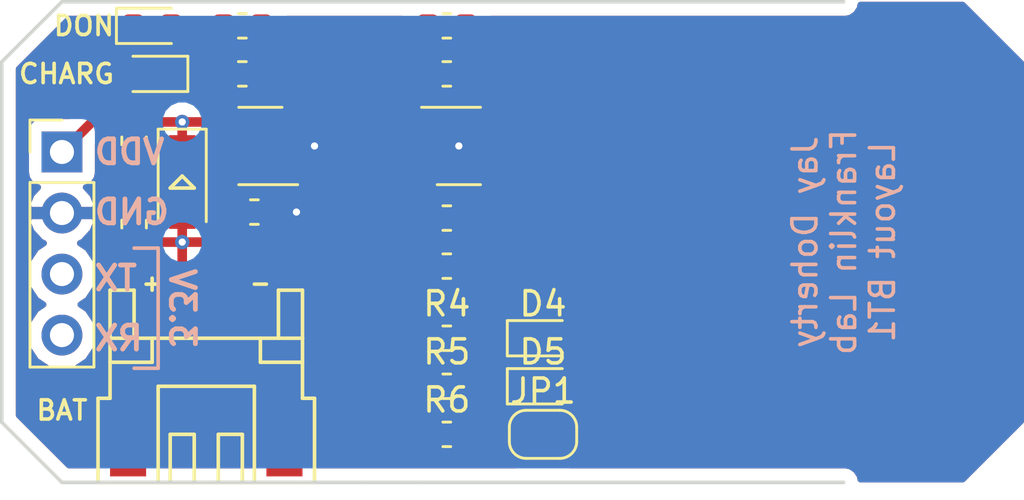
<source format=kicad_pcb>
(kicad_pcb (version 20171130) (host pcbnew "(5.0.0-3-g5ebb6b6)")

  (general
    (thickness 1.6)
    (drawings 26)
    (tracks 53)
    (zones 0)
    (modules 22)
    (nets 17)
  )

  (page A4)
  (layers
    (0 F.Cu signal)
    (31 B.Cu signal)
    (32 B.Adhes user)
    (33 F.Adhes user)
    (34 B.Paste user)
    (35 F.Paste user)
    (36 B.SilkS user)
    (37 F.SilkS user)
    (38 B.Mask user)
    (39 F.Mask user)
    (40 Dwgs.User user)
    (41 Cmts.User user)
    (42 Eco1.User user)
    (43 Eco2.User user)
    (44 Edge.Cuts user)
    (45 Margin user)
    (46 B.CrtYd user)
    (47 F.CrtYd user)
    (48 B.Fab user)
    (49 F.Fab user)
  )

  (setup
    (last_trace_width 0.254)
    (user_trace_width 0.4)
    (trace_clearance 0.254)
    (zone_clearance 0.508)
    (zone_45_only no)
    (trace_min 0.2)
    (segment_width 0.15)
    (edge_width 0.15)
    (via_size 0.6)
    (via_drill 0.3)
    (via_min_size 0.4)
    (via_min_drill 0.3)
    (uvia_size 0.3)
    (uvia_drill 0.1)
    (uvias_allowed no)
    (uvia_min_size 0.2)
    (uvia_min_drill 0.1)
    (pcb_text_width 0.3)
    (pcb_text_size 1.5 1.5)
    (mod_edge_width 0.15)
    (mod_text_size 1 1)
    (mod_text_width 0.15)
    (pad_size 2.2 2.2)
    (pad_drill 2.2)
    (pad_to_mask_clearance 0.2)
    (aux_axis_origin 0 0)
    (visible_elements FFFFFF7F)
    (pcbplotparams
      (layerselection 0x010f0_ffffffff)
      (usegerberextensions false)
      (usegerberattributes false)
      (usegerberadvancedattributes false)
      (creategerberjobfile false)
      (excludeedgelayer true)
      (linewidth 0.100000)
      (plotframeref false)
      (viasonmask false)
      (mode 1)
      (useauxorigin false)
      (hpglpennumber 1)
      (hpglpenspeed 20)
      (hpglpendiameter 15.000000)
      (psnegative false)
      (psa4output false)
      (plotreference true)
      (plotvalue true)
      (plotinvisibletext false)
      (padsonsilk false)
      (subtractmaskfromsilk false)
      (outputformat 1)
      (mirror false)
      (drillshape 0)
      (scaleselection 1)
      (outputdirectory "Gerbers/"))
  )

  (net 0 "")
  (net 1 GND)
  (net 2 VDD)
  (net 3 VBAT)
  (net 4 RX)
  (net 5 TX)
  (net 6 STAT)
  (net 7 PROG)
  (net 8 "Net-(D2-Pad1)")
  (net 9 "Net-(D3-Pad2)")
  (net 10 V3_3)
  (net 11 "Net-(REG1-Pad4)")
  (net 12 "Net-(D4-Pad1)")
  (net 13 "Net-(D4-Pad2)")
  (net 14 "Net-(D5-Pad2)")
  (net 15 "Net-(D5-Pad1)")
  (net 16 "Net-(JP1-Pad1)")

  (net_class Default "This is the default net class."
    (clearance 0.254)
    (trace_width 0.254)
    (via_dia 0.6)
    (via_drill 0.3)
    (uvia_dia 0.3)
    (uvia_drill 0.1)
    (add_net GND)
    (add_net "Net-(D2-Pad1)")
    (add_net "Net-(D3-Pad2)")
    (add_net "Net-(D4-Pad1)")
    (add_net "Net-(D4-Pad2)")
    (add_net "Net-(D5-Pad1)")
    (add_net "Net-(D5-Pad2)")
    (add_net "Net-(JP1-Pad1)")
    (add_net "Net-(REG1-Pad4)")
    (add_net PROG)
    (add_net RX)
    (add_net STAT)
    (add_net TX)
    (add_net V3_3)
    (add_net VBAT)
    (add_net VDD)
  )

  (module "Custom_Footprint_Library:JST Lipo Header (S2B-PH-SM4-TB)" (layer F.Cu) (tedit 5E4C3E70) (tstamp 5E4C440A)
    (at 106 112)
    (path /5E4B78CE)
    (fp_text reference JSTPH1 (at 0 4.25) (layer F.SilkS) hide
      (effects (font (size 1 1) (thickness 0.15)))
    )
    (fp_text value Conn_01x02 (at 0 6) (layer F.Fab) hide
      (effects (font (size 1 1) (thickness 0.15)))
    )
    (fp_line (start 2.25 -2) (end 4 -2) (layer F.SilkS) (width 0.15))
    (fp_line (start 2.25 -3) (end 2.25 -2) (layer F.SilkS) (width 0.15))
    (fp_line (start -2.25 -2) (end -4 -2) (layer F.SilkS) (width 0.15))
    (fp_line (start -2.25 -3) (end -2.25 -2) (layer F.SilkS) (width 0.15))
    (fp_line (start -3 -5) (end -4 -5) (layer F.SilkS) (width 0.15))
    (fp_line (start 4 -5) (end 3 -5) (layer F.SilkS) (width 0.15))
    (fp_line (start -4.5 3) (end -4 3) (layer F.SilkS) (width 0.15))
    (fp_line (start -4.5 -0.5) (end -4.5 3) (layer F.SilkS) (width 0.15))
    (fp_line (start -4 -0.5) (end -4.5 -0.5) (layer F.SilkS) (width 0.15))
    (fp_line (start 4.5 3) (end 4 3) (layer F.SilkS) (width 0.15))
    (fp_line (start 4.5 -0.5) (end 4.5 3) (layer F.SilkS) (width 0.15))
    (fp_line (start 4 -0.5) (end 4.5 -0.5) (layer F.SilkS) (width 0.15))
    (fp_line (start -3 -5) (end -3 -3) (layer F.SilkS) (width 0.15))
    (fp_line (start -4 -5) (end -4 -3) (layer F.SilkS) (width 0.15))
    (fp_line (start 3 -5) (end 3 -3) (layer F.SilkS) (width 0.15))
    (fp_line (start 4 -3) (end 4 -5) (layer F.SilkS) (width 0.15))
    (fp_line (start -2 -1) (end 2 -1) (layer F.SilkS) (width 0.15))
    (fp_line (start -4 -3) (end -4 -0.5) (layer F.SilkS) (width 0.15))
    (fp_line (start 4 -3) (end 4 -0.5) (layer F.SilkS) (width 0.15))
    (fp_line (start 2 -1) (end 2 3) (layer F.SilkS) (width 0.15))
    (fp_line (start -2 3) (end -2 -1) (layer F.SilkS) (width 0.15))
    (fp_line (start 1.5 1) (end 1.5 3) (layer F.SilkS) (width 0.15))
    (fp_line (start 0.5 1) (end 1.5 1) (layer F.SilkS) (width 0.15))
    (fp_line (start 0.5 3) (end 0.5 1) (layer F.SilkS) (width 0.15))
    (fp_line (start -0.5 1) (end -0.5 3) (layer F.SilkS) (width 0.15))
    (fp_line (start -1.5 1) (end -0.5 1) (layer F.SilkS) (width 0.15))
    (fp_line (start -1.5 3) (end -1.5 1) (layer F.SilkS) (width 0.15))
    (fp_line (start 2 -5.25) (end 2.5 -5.25) (layer F.SilkS) (width 0.15))
    (fp_line (start -2.25 -5.5) (end -2.25 -5) (layer F.SilkS) (width 0.15))
    (fp_line (start -2.5 -5.25) (end -2 -5.25) (layer F.SilkS) (width 0.15))
    (fp_line (start -4 -3) (end 4 -3) (layer F.SilkS) (width 0.15))
    (fp_line (start 0 3) (end 4 3) (layer F.SilkS) (width 0.15))
    (fp_line (start 0 3) (end -4 3) (layer F.SilkS) (width 0.15))
    (pad "" connect rect (at 3.25 1.25) (size 1.5 3) (layers F.Cu F.Mask))
    (pad "" connect rect (at -3.25 1.25) (size 1.5 3) (layers F.Cu F.Mask))
    (pad 2 smd rect (at 1 -4.5) (size 1 2.8) (layers F.Cu F.Paste F.Mask)
      (net 1 GND))
    (pad 1 smd rect (at -1 -4.5) (size 1 2.8) (layers F.Cu F.Paste F.Mask)
      (net 3 VBAT))
  )

  (module Capacitor_SMD:C_0603_1608Metric (layer F.Cu) (tedit 5E4B8CCF) (tstamp 5E4B89DA)
    (at 103 100.7875 90)
    (descr "Capacitor SMD 0603 (1608 Metric), square (rectangular) end terminal, IPC_7351 nominal, (Body size source: http://www.tortai-tech.com/upload/download/2011102023233369053.pdf), generated with kicad-footprint-generator")
    (tags capacitor)
    (path /5E4B72EC)
    (attr smd)
    (fp_text reference C1 (at -2.4625 0 270) (layer F.SilkS) hide
      (effects (font (size 1 1) (thickness 0.15)))
    )
    (fp_text value 10uF (at 0 1.43 90) (layer F.Fab) hide
      (effects (font (size 1 1) (thickness 0.15)))
    )
    (fp_line (start -0.8 0.4) (end -0.8 -0.4) (layer F.Fab) (width 0.1))
    (fp_line (start -0.8 -0.4) (end 0.8 -0.4) (layer F.Fab) (width 0.1))
    (fp_line (start 0.8 -0.4) (end 0.8 0.4) (layer F.Fab) (width 0.1))
    (fp_line (start 0.8 0.4) (end -0.8 0.4) (layer F.Fab) (width 0.1))
    (fp_line (start -0.162779 -0.51) (end 0.162779 -0.51) (layer F.SilkS) (width 0.12))
    (fp_line (start -0.162779 0.51) (end 0.162779 0.51) (layer F.SilkS) (width 0.12))
    (fp_line (start -1.48 0.73) (end -1.48 -0.73) (layer F.CrtYd) (width 0.05))
    (fp_line (start -1.48 -0.73) (end 1.48 -0.73) (layer F.CrtYd) (width 0.05))
    (fp_line (start 1.48 -0.73) (end 1.48 0.73) (layer F.CrtYd) (width 0.05))
    (fp_line (start 1.48 0.73) (end -1.48 0.73) (layer F.CrtYd) (width 0.05))
    (fp_text user %R (at 0 0 90) (layer F.Fab)
      (effects (font (size 0.4 0.4) (thickness 0.06)))
    )
    (pad 1 smd roundrect (at -0.7875 0 90) (size 0.875 0.95) (layers F.Cu F.Paste F.Mask) (roundrect_rratio 0.25)
      (net 1 GND))
    (pad 2 smd roundrect (at 0.7875 0 90) (size 0.875 0.95) (layers F.Cu F.Paste F.Mask) (roundrect_rratio 0.25)
      (net 2 VDD))
    (model ${KISYS3DMOD}/Capacitor_SMD.3dshapes/C_0603_1608Metric.wrl
      (at (xyz 0 0 0))
      (scale (xyz 1 1 1))
      (rotate (xyz 0 0 0))
    )
  )

  (module Capacitor_SMD:C_0603_1608Metric (layer F.Cu) (tedit 5E4B8CC5) (tstamp 5E4B99A4)
    (at 103 104.25 90)
    (descr "Capacitor SMD 0603 (1608 Metric), square (rectangular) end terminal, IPC_7351 nominal, (Body size source: http://www.tortai-tech.com/upload/download/2011102023233369053.pdf), generated with kicad-footprint-generator")
    (tags capacitor)
    (path /5E4B7CFC)
    (attr smd)
    (fp_text reference C2 (at 0 -1.43 90) (layer F.SilkS) hide
      (effects (font (size 1 1) (thickness 0.15)))
    )
    (fp_text value 10uF (at 0 1.43 90) (layer F.Fab) hide
      (effects (font (size 1 1) (thickness 0.15)))
    )
    (fp_text user %R (at 0 0 90) (layer F.Fab)
      (effects (font (size 0.4 0.4) (thickness 0.06)))
    )
    (fp_line (start 1.48 0.73) (end -1.48 0.73) (layer F.CrtYd) (width 0.05))
    (fp_line (start 1.48 -0.73) (end 1.48 0.73) (layer F.CrtYd) (width 0.05))
    (fp_line (start -1.48 -0.73) (end 1.48 -0.73) (layer F.CrtYd) (width 0.05))
    (fp_line (start -1.48 0.73) (end -1.48 -0.73) (layer F.CrtYd) (width 0.05))
    (fp_line (start -0.162779 0.51) (end 0.162779 0.51) (layer F.SilkS) (width 0.12))
    (fp_line (start -0.162779 -0.51) (end 0.162779 -0.51) (layer F.SilkS) (width 0.12))
    (fp_line (start 0.8 0.4) (end -0.8 0.4) (layer F.Fab) (width 0.1))
    (fp_line (start 0.8 -0.4) (end 0.8 0.4) (layer F.Fab) (width 0.1))
    (fp_line (start -0.8 -0.4) (end 0.8 -0.4) (layer F.Fab) (width 0.1))
    (fp_line (start -0.8 0.4) (end -0.8 -0.4) (layer F.Fab) (width 0.1))
    (pad 2 smd roundrect (at 0.7875 0 90) (size 0.875 0.95) (layers F.Cu F.Paste F.Mask) (roundrect_rratio 0.25)
      (net 1 GND))
    (pad 1 smd roundrect (at -0.7875 0 90) (size 0.875 0.95) (layers F.Cu F.Paste F.Mask) (roundrect_rratio 0.25)
      (net 3 VBAT))
    (model ${KISYS3DMOD}/Capacitor_SMD.3dshapes/C_0603_1608Metric.wrl
      (at (xyz 0 0 0))
      (scale (xyz 1 1 1))
      (rotate (xyz 0 0 0))
    )
  )

  (module Package_TO_SOT_SMD:SOT-23-5 (layer F.Cu) (tedit 5E4B8CBD) (tstamp 5E57AB9A)
    (at 108.25 101 180)
    (descr "5-pin SOT23 package")
    (tags SOT-23-5)
    (path /5E4B705D)
    (attr smd)
    (fp_text reference CGU1 (at 0 -2.9 180) (layer F.SilkS) hide
      (effects (font (size 1 1) (thickness 0.15)))
    )
    (fp_text value MCP73831-2-OT (at 0 2.9 180) (layer F.Fab) hide
      (effects (font (size 1 1) (thickness 0.15)))
    )
    (fp_text user %R (at 0 0 270) (layer F.Fab)
      (effects (font (size 0.5 0.5) (thickness 0.075)))
    )
    (fp_line (start -0.9 1.61) (end 0.9 1.61) (layer F.SilkS) (width 0.12))
    (fp_line (start 0.9 -1.61) (end -1.55 -1.61) (layer F.SilkS) (width 0.12))
    (fp_line (start -1.9 -1.8) (end 1.9 -1.8) (layer F.CrtYd) (width 0.05))
    (fp_line (start 1.9 -1.8) (end 1.9 1.8) (layer F.CrtYd) (width 0.05))
    (fp_line (start 1.9 1.8) (end -1.9 1.8) (layer F.CrtYd) (width 0.05))
    (fp_line (start -1.9 1.8) (end -1.9 -1.8) (layer F.CrtYd) (width 0.05))
    (fp_line (start -0.9 -0.9) (end -0.25 -1.55) (layer F.Fab) (width 0.1))
    (fp_line (start 0.9 -1.55) (end -0.25 -1.55) (layer F.Fab) (width 0.1))
    (fp_line (start -0.9 -0.9) (end -0.9 1.55) (layer F.Fab) (width 0.1))
    (fp_line (start 0.9 1.55) (end -0.9 1.55) (layer F.Fab) (width 0.1))
    (fp_line (start 0.9 -1.55) (end 0.9 1.55) (layer F.Fab) (width 0.1))
    (pad 1 smd rect (at -1.1 -0.95 180) (size 1.06 0.65) (layers F.Cu F.Paste F.Mask)
      (net 6 STAT))
    (pad 2 smd rect (at -1.1 0 180) (size 1.06 0.65) (layers F.Cu F.Paste F.Mask)
      (net 1 GND))
    (pad 3 smd rect (at -1.1 0.95 180) (size 1.06 0.65) (layers F.Cu F.Paste F.Mask)
      (net 3 VBAT))
    (pad 4 smd rect (at 1.1 0.95 180) (size 1.06 0.65) (layers F.Cu F.Paste F.Mask)
      (net 2 VDD))
    (pad 5 smd rect (at 1.1 -0.95 180) (size 1.06 0.65) (layers F.Cu F.Paste F.Mask)
      (net 7 PROG))
    (model ${KISYS3DMOD}/Package_TO_SOT_SMD.3dshapes/SOT-23-5.wrl
      (at (xyz 0 0 0))
      (scale (xyz 1 1 1))
      (rotate (xyz 0 0 0))
    )
  )

  (module LED_SMD:LED_0603_1608Metric (layer F.Cu) (tedit 5E4B8832) (tstamp 5E4BEDF3)
    (at 103.75 98 180)
    (descr "LED SMD 0603 (1608 Metric), square (rectangular) end terminal, IPC_7351 nominal, (Body size source: http://www.tortai-tech.com/upload/download/2011102023233369053.pdf), generated with kicad-footprint-generator")
    (tags diode)
    (path /5E4B8767)
    (attr smd)
    (fp_text reference D2 (at 0 -1.43 180) (layer F.SilkS) hide
      (effects (font (size 1 1) (thickness 0.15)))
    )
    (fp_text value CHG (at -3.5 0 180) (layer F.Fab) hide
      (effects (font (size 1 1) (thickness 0.15)))
    )
    (fp_text user %R (at 0 0 180) (layer F.Fab)
      (effects (font (size 0.4 0.4) (thickness 0.06)))
    )
    (fp_line (start 1.48 0.73) (end -1.48 0.73) (layer F.CrtYd) (width 0.05))
    (fp_line (start 1.48 -0.73) (end 1.48 0.73) (layer F.CrtYd) (width 0.05))
    (fp_line (start -1.48 -0.73) (end 1.48 -0.73) (layer F.CrtYd) (width 0.05))
    (fp_line (start -1.48 0.73) (end -1.48 -0.73) (layer F.CrtYd) (width 0.05))
    (fp_line (start -1.485 0.735) (end 0.8 0.735) (layer F.SilkS) (width 0.12))
    (fp_line (start -1.485 -0.735) (end -1.485 0.735) (layer F.SilkS) (width 0.12))
    (fp_line (start 0.8 -0.735) (end -1.485 -0.735) (layer F.SilkS) (width 0.12))
    (fp_line (start 0.8 0.4) (end 0.8 -0.4) (layer F.Fab) (width 0.1))
    (fp_line (start -0.8 0.4) (end 0.8 0.4) (layer F.Fab) (width 0.1))
    (fp_line (start -0.8 -0.1) (end -0.8 0.4) (layer F.Fab) (width 0.1))
    (fp_line (start -0.5 -0.4) (end -0.8 -0.1) (layer F.Fab) (width 0.1))
    (fp_line (start 0.8 -0.4) (end -0.5 -0.4) (layer F.Fab) (width 0.1))
    (pad 2 smd roundrect (at 0.7875 0 180) (size 0.875 0.95) (layers F.Cu F.Paste F.Mask) (roundrect_rratio 0.25)
      (net 2 VDD))
    (pad 1 smd roundrect (at -0.7875 0 180) (size 0.875 0.95) (layers F.Cu F.Paste F.Mask) (roundrect_rratio 0.25)
      (net 8 "Net-(D2-Pad1)"))
    (model ${KISYS3DMOD}/LED_SMD.3dshapes/LED_0603_1608Metric.wrl
      (at (xyz 0 0 0))
      (scale (xyz 1 1 1))
      (rotate (xyz 0 0 0))
    )
  )

  (module Connector_PinHeader_2.54mm:PinHeader_1x04_P2.54mm_Vertical (layer F.Cu) (tedit 5E4B85BA) (tstamp 5E57ABD8)
    (at 100 101.25)
    (descr "Through hole straight pin header, 1x04, 2.54mm pitch, single row")
    (tags "Through hole pin header THT 1x04 2.54mm single row")
    (path /5E4B7A25)
    (fp_text reference J1 (at 0 -2.33) (layer F.SilkS) hide
      (effects (font (size 1 1) (thickness 0.15)))
    )
    (fp_text value Conn_01x04 (at 0 9.95) (layer F.Fab) hide
      (effects (font (size 1 1) (thickness 0.15)))
    )
    (fp_line (start -0.635 -1.27) (end 1.27 -1.27) (layer F.Fab) (width 0.1))
    (fp_line (start 1.27 -1.27) (end 1.27 8.89) (layer F.Fab) (width 0.1))
    (fp_line (start 1.27 8.89) (end -1.27 8.89) (layer F.Fab) (width 0.1))
    (fp_line (start -1.27 8.89) (end -1.27 -0.635) (layer F.Fab) (width 0.1))
    (fp_line (start -1.27 -0.635) (end -0.635 -1.27) (layer F.Fab) (width 0.1))
    (fp_line (start -1.33 8.95) (end 1.33 8.95) (layer F.SilkS) (width 0.12))
    (fp_line (start -1.33 1.27) (end -1.33 8.95) (layer F.SilkS) (width 0.12))
    (fp_line (start 1.33 1.27) (end 1.33 8.95) (layer F.SilkS) (width 0.12))
    (fp_line (start -1.33 1.27) (end 1.33 1.27) (layer F.SilkS) (width 0.12))
    (fp_line (start -1.33 0) (end -1.33 -1.33) (layer F.SilkS) (width 0.12))
    (fp_line (start -1.33 -1.33) (end 0 -1.33) (layer F.SilkS) (width 0.12))
    (fp_line (start -1.8 -1.8) (end -1.8 9.4) (layer F.CrtYd) (width 0.05))
    (fp_line (start -1.8 9.4) (end 1.8 9.4) (layer F.CrtYd) (width 0.05))
    (fp_line (start 1.8 9.4) (end 1.8 -1.8) (layer F.CrtYd) (width 0.05))
    (fp_line (start 1.8 -1.8) (end -1.8 -1.8) (layer F.CrtYd) (width 0.05))
    (fp_text user %R (at 0 3.81 90) (layer F.Fab)
      (effects (font (size 1 1) (thickness 0.15)))
    )
    (pad 1 thru_hole rect (at 0 0) (size 1.7 1.7) (drill 1) (layers *.Cu *.Mask)
      (net 2 VDD))
    (pad 2 thru_hole oval (at 0 2.54) (size 1.7 1.7) (drill 1) (layers *.Cu *.Mask)
      (net 1 GND))
    (pad 3 thru_hole oval (at 0 5.08) (size 1.7 1.7) (drill 1) (layers *.Cu *.Mask)
      (net 5 TX))
    (pad 4 thru_hole oval (at 0 7.62) (size 1.7 1.7) (drill 1) (layers *.Cu *.Mask)
      (net 4 RX))
    (model ${KISYS3DMOD}/Connector_PinHeader_2.54mm.3dshapes/PinHeader_1x04_P2.54mm_Vertical.wrl
      (at (xyz 0 0 0))
      (scale (xyz 1 1 1))
      (rotate (xyz 0 0 0))
    )
  )

  (module Resistor_SMD:R_0603_1608Metric (layer F.Cu) (tedit 5E4B8AF6) (tstamp 5E57AC18)
    (at 107.5 98 180)
    (descr "Resistor SMD 0603 (1608 Metric), square (rectangular) end terminal, IPC_7351 nominal, (Body size source: http://www.tortai-tech.com/upload/download/2011102023233369053.pdf), generated with kicad-footprint-generator")
    (tags resistor)
    (path /5E4B896E)
    (attr smd)
    (fp_text reference R2 (at -2.5 0 180) (layer F.SilkS) hide
      (effects (font (size 1 1) (thickness 0.15)))
    )
    (fp_text value 1k (at 0 1.43 180) (layer F.Fab) hide
      (effects (font (size 1 1) (thickness 0.15)))
    )
    (fp_line (start -0.8 0.4) (end -0.8 -0.4) (layer F.Fab) (width 0.1))
    (fp_line (start -0.8 -0.4) (end 0.8 -0.4) (layer F.Fab) (width 0.1))
    (fp_line (start 0.8 -0.4) (end 0.8 0.4) (layer F.Fab) (width 0.1))
    (fp_line (start 0.8 0.4) (end -0.8 0.4) (layer F.Fab) (width 0.1))
    (fp_line (start -0.162779 -0.51) (end 0.162779 -0.51) (layer F.SilkS) (width 0.12))
    (fp_line (start -0.162779 0.51) (end 0.162779 0.51) (layer F.SilkS) (width 0.12))
    (fp_line (start -1.48 0.73) (end -1.48 -0.73) (layer F.CrtYd) (width 0.05))
    (fp_line (start -1.48 -0.73) (end 1.48 -0.73) (layer F.CrtYd) (width 0.05))
    (fp_line (start 1.48 -0.73) (end 1.48 0.73) (layer F.CrtYd) (width 0.05))
    (fp_line (start 1.48 0.73) (end -1.48 0.73) (layer F.CrtYd) (width 0.05))
    (fp_text user %R (at 0 0 180) (layer F.Fab)
      (effects (font (size 0.4 0.4) (thickness 0.06)))
    )
    (pad 1 smd roundrect (at -0.7875 0 180) (size 0.875 0.95) (layers F.Cu F.Paste F.Mask) (roundrect_rratio 0.25)
      (net 6 STAT))
    (pad 2 smd roundrect (at 0.7875 0 180) (size 0.875 0.95) (layers F.Cu F.Paste F.Mask) (roundrect_rratio 0.25)
      (net 8 "Net-(D2-Pad1)"))
    (model ${KISYS3DMOD}/Resistor_SMD.3dshapes/R_0603_1608Metric.wrl
      (at (xyz 0 0 0))
      (scale (xyz 1 1 1))
      (rotate (xyz 0 0 0))
    )
  )

  (module Resistor_SMD:R_0603_1608Metric (layer F.Cu) (tedit 5E4B8AEF) (tstamp 5E57AC29)
    (at 107.5 96 180)
    (descr "Resistor SMD 0603 (1608 Metric), square (rectangular) end terminal, IPC_7351 nominal, (Body size source: http://www.tortai-tech.com/upload/download/2011102023233369053.pdf), generated with kicad-footprint-generator")
    (tags resistor)
    (path /5E4B915B)
    (attr smd)
    (fp_text reference R3 (at -2.5 0 180) (layer F.SilkS) hide
      (effects (font (size 1 1) (thickness 0.15)))
    )
    (fp_text value 1k (at 0 1.43 180) (layer F.Fab) hide
      (effects (font (size 1 1) (thickness 0.15)))
    )
    (fp_text user %R (at 0 0 180) (layer F.Fab)
      (effects (font (size 0.4 0.4) (thickness 0.06)))
    )
    (fp_line (start 1.48 0.73) (end -1.48 0.73) (layer F.CrtYd) (width 0.05))
    (fp_line (start 1.48 -0.73) (end 1.48 0.73) (layer F.CrtYd) (width 0.05))
    (fp_line (start -1.48 -0.73) (end 1.48 -0.73) (layer F.CrtYd) (width 0.05))
    (fp_line (start -1.48 0.73) (end -1.48 -0.73) (layer F.CrtYd) (width 0.05))
    (fp_line (start -0.162779 0.51) (end 0.162779 0.51) (layer F.SilkS) (width 0.12))
    (fp_line (start -0.162779 -0.51) (end 0.162779 -0.51) (layer F.SilkS) (width 0.12))
    (fp_line (start 0.8 0.4) (end -0.8 0.4) (layer F.Fab) (width 0.1))
    (fp_line (start 0.8 -0.4) (end 0.8 0.4) (layer F.Fab) (width 0.1))
    (fp_line (start -0.8 -0.4) (end 0.8 -0.4) (layer F.Fab) (width 0.1))
    (fp_line (start -0.8 0.4) (end -0.8 -0.4) (layer F.Fab) (width 0.1))
    (pad 2 smd roundrect (at 0.7875 0 180) (size 0.875 0.95) (layers F.Cu F.Paste F.Mask) (roundrect_rratio 0.25)
      (net 9 "Net-(D3-Pad2)"))
    (pad 1 smd roundrect (at -0.7875 0 180) (size 0.875 0.95) (layers F.Cu F.Paste F.Mask) (roundrect_rratio 0.25)
      (net 6 STAT))
    (model ${KISYS3DMOD}/Resistor_SMD.3dshapes/R_0603_1608Metric.wrl
      (at (xyz 0 0 0))
      (scale (xyz 1 1 1))
      (rotate (xyz 0 0 0))
    )
  )

  (module Resistor_SMD:R_0603_1608Metric (layer F.Cu) (tedit 5E4B8C5B) (tstamp 5E595290)
    (at 108 103.75 180)
    (descr "Resistor SMD 0603 (1608 Metric), square (rectangular) end terminal, IPC_7351 nominal, (Body size source: http://www.tortai-tech.com/upload/download/2011102023233369053.pdf), generated with kicad-footprint-generator")
    (tags resistor)
    (path /5E4BA9FB)
    (attr smd)
    (fp_text reference RREF1 (at -3.75 0 180) (layer F.SilkS) hide
      (effects (font (size 1 1) (thickness 0.15)))
    )
    (fp_text value 5k (at 0 0) (layer F.Fab)
      (effects (font (size 1 1) (thickness 0.15)))
    )
    (fp_line (start -0.8 0.4) (end -0.8 -0.4) (layer F.Fab) (width 0.1))
    (fp_line (start -0.8 -0.4) (end 0.8 -0.4) (layer F.Fab) (width 0.1))
    (fp_line (start 0.8 -0.4) (end 0.8 0.4) (layer F.Fab) (width 0.1))
    (fp_line (start 0.8 0.4) (end -0.8 0.4) (layer F.Fab) (width 0.1))
    (fp_line (start -0.162779 -0.51) (end 0.162779 -0.51) (layer F.SilkS) (width 0.12))
    (fp_line (start -0.162779 0.51) (end 0.162779 0.51) (layer F.SilkS) (width 0.12))
    (fp_line (start -1.48 0.73) (end -1.48 -0.73) (layer F.CrtYd) (width 0.05))
    (fp_line (start -1.48 -0.73) (end 1.48 -0.73) (layer F.CrtYd) (width 0.05))
    (fp_line (start 1.48 -0.73) (end 1.48 0.73) (layer F.CrtYd) (width 0.05))
    (fp_line (start 1.48 0.73) (end -1.48 0.73) (layer F.CrtYd) (width 0.05))
    (fp_text user %R (at 0 0 180) (layer F.Fab)
      (effects (font (size 0.4 0.4) (thickness 0.06)))
    )
    (pad 1 smd roundrect (at -0.7875 0 180) (size 0.875 0.95) (layers F.Cu F.Paste F.Mask) (roundrect_rratio 0.25)
      (net 1 GND))
    (pad 2 smd roundrect (at 0.7875 0 180) (size 0.875 0.95) (layers F.Cu F.Paste F.Mask) (roundrect_rratio 0.25)
      (net 7 PROG))
    (model ${KISYS3DMOD}/Resistor_SMD.3dshapes/R_0603_1608Metric.wrl
      (at (xyz 0 0 0))
      (scale (xyz 1 1 1))
      (rotate (xyz 0 0 0))
    )
  )

  (module LED_SMD:LED_0603_1608Metric (layer F.Cu) (tedit 5E4B9FD7) (tstamp 5E57DB55)
    (at 103.75 96)
    (descr "LED SMD 0603 (1608 Metric), square (rectangular) end terminal, IPC_7351 nominal, (Body size source: http://www.tortai-tech.com/upload/download/2011102023233369053.pdf), generated with kicad-footprint-generator")
    (tags diode)
    (path /5E4B9154)
    (attr smd)
    (fp_text reference D3 (at 0 -1.43) (layer F.SilkS) hide
      (effects (font (size 1 1) (thickness 0.15)))
    )
    (fp_text value DONE (at 0 1.43) (layer F.Fab) hide
      (effects (font (size 1 1) (thickness 0.15)))
    )
    (fp_line (start 0.8 -0.4) (end -0.5 -0.4) (layer F.Fab) (width 0.1))
    (fp_line (start -0.5 -0.4) (end -0.8 -0.1) (layer F.Fab) (width 0.1))
    (fp_line (start -0.8 -0.1) (end -0.8 0.4) (layer F.Fab) (width 0.1))
    (fp_line (start -0.8 0.4) (end 0.8 0.4) (layer F.Fab) (width 0.1))
    (fp_line (start 0.8 0.4) (end 0.8 -0.4) (layer F.Fab) (width 0.1))
    (fp_line (start 0.8 -0.735) (end -1.485 -0.735) (layer F.SilkS) (width 0.12))
    (fp_line (start -1.485 -0.735) (end -1.485 0.735) (layer F.SilkS) (width 0.12))
    (fp_line (start -1.485 0.735) (end 0.8 0.735) (layer F.SilkS) (width 0.12))
    (fp_line (start -1.48 0.73) (end -1.48 -0.73) (layer F.CrtYd) (width 0.05))
    (fp_line (start -1.48 -0.73) (end 1.48 -0.73) (layer F.CrtYd) (width 0.05))
    (fp_line (start 1.48 -0.73) (end 1.48 0.73) (layer F.CrtYd) (width 0.05))
    (fp_line (start 1.48 0.73) (end -1.48 0.73) (layer F.CrtYd) (width 0.05))
    (fp_text user %R (at 0 0) (layer F.Fab)
      (effects (font (size 0.4 0.4) (thickness 0.06)))
    )
    (pad 1 smd roundrect (at -0.7875 0) (size 0.875 0.95) (layers F.Cu F.Paste F.Mask) (roundrect_rratio 0.25)
      (net 1 GND))
    (pad 2 smd roundrect (at 0.7875 0) (size 0.875 0.95) (layers F.Cu F.Paste F.Mask) (roundrect_rratio 0.25)
      (net 9 "Net-(D3-Pad2)"))
    (model ${KISYS3DMOD}/LED_SMD.3dshapes/LED_0603_1608Metric.wrl
      (at (xyz 0 0 0))
      (scale (xyz 1 1 1))
      (rotate (xyz 0 0 0))
    )
  )

  (module Diode_SMD:D_SOD-123F (layer F.Cu) (tedit 5E594C71) (tstamp 5E595183)
    (at 105 102.5 270)
    (descr D_SOD-123F)
    (tags D_SOD-123F)
    (path /5E4BA0EB)
    (attr smd)
    (fp_text reference D1 (at -0.127 -1.905 270) (layer F.SilkS) hide
      (effects (font (size 1 1) (thickness 0.15)))
    )
    (fp_text value D (at 0 2.1 270) (layer F.Fab) hide
      (effects (font (size 1 1) (thickness 0.15)))
    )
    (fp_text user %R (at -0.127 0 270) (layer F.Fab)
      (effects (font (size 1 1) (thickness 0.15)))
    )
    (fp_line (start -2.2 -1) (end -2.2 1) (layer F.SilkS) (width 0.12))
    (fp_line (start 0.25 0) (end 0.75 0) (layer F.Fab) (width 0.1))
    (fp_line (start 0.25 0.4) (end -0.35 0) (layer F.Fab) (width 0.1))
    (fp_line (start 0.25 -0.4) (end 0.25 0.4) (layer F.Fab) (width 0.1))
    (fp_line (start -0.35 0) (end 0.25 -0.4) (layer F.Fab) (width 0.1))
    (fp_line (start -0.35 0) (end -0.35 0.55) (layer F.Fab) (width 0.1))
    (fp_line (start -0.35 0) (end -0.35 -0.55) (layer F.Fab) (width 0.1))
    (fp_line (start -0.75 0) (end -0.35 0) (layer F.Fab) (width 0.1))
    (fp_line (start -1.4 0.9) (end -1.4 -0.9) (layer F.Fab) (width 0.1))
    (fp_line (start 1.4 0.9) (end -1.4 0.9) (layer F.Fab) (width 0.1))
    (fp_line (start 1.4 -0.9) (end 1.4 0.9) (layer F.Fab) (width 0.1))
    (fp_line (start -1.4 -0.9) (end 1.4 -0.9) (layer F.Fab) (width 0.1))
    (fp_line (start -2.2 -1.15) (end 2.2 -1.15) (layer F.CrtYd) (width 0.05))
    (fp_line (start 2.2 -1.15) (end 2.2 1.15) (layer F.CrtYd) (width 0.05))
    (fp_line (start 2.2 1.15) (end -2.2 1.15) (layer F.CrtYd) (width 0.05))
    (fp_line (start -2.2 -1.15) (end -2.2 1.15) (layer F.CrtYd) (width 0.05))
    (fp_line (start -2.2 1) (end 1.65 1) (layer F.SilkS) (width 0.12))
    (fp_line (start -2.2 -1) (end 1.65 -1) (layer F.SilkS) (width 0.12))
    (pad 1 smd rect (at -1.4 0 270) (size 1.1 1.1) (layers F.Cu F.Paste F.Mask)
      (net 2 VDD))
    (pad 2 smd rect (at 1.4 0 270) (size 1.1 1.1) (layers F.Cu F.Paste F.Mask)
      (net 3 VBAT))
    (model ${KISYS3DMOD}/Diode_SMD.3dshapes/D_SOD-123F.wrl
      (at (xyz 0 0 0))
      (scale (xyz 1 1 1))
      (rotate (xyz 0 0 0))
    )
  )

  (module Capacitor_SMD:C_0603_1608Metric (layer F.Cu) (tedit 5E69B52C) (tstamp 5E75F23E)
    (at 116 106)
    (descr "Capacitor SMD 0603 (1608 Metric), square (rectangular) end terminal, IPC_7351 nominal, (Body size source: http://www.tortai-tech.com/upload/download/2011102023233369053.pdf), generated with kicad-footprint-generator")
    (tags capacitor)
    (path /5E6A0668)
    (attr smd)
    (fp_text reference C3 (at 0 -1.43) (layer F.SilkS) hide
      (effects (font (size 1 1) (thickness 0.15)))
    )
    (fp_text value 1uF (at 0 1.43) (layer F.Fab) hide
      (effects (font (size 1 1) (thickness 0.15)))
    )
    (fp_text user %R (at 0 0) (layer F.Fab)
      (effects (font (size 0.4 0.4) (thickness 0.06)))
    )
    (fp_line (start 1.48 0.73) (end -1.48 0.73) (layer F.CrtYd) (width 0.05))
    (fp_line (start 1.48 -0.73) (end 1.48 0.73) (layer F.CrtYd) (width 0.05))
    (fp_line (start -1.48 -0.73) (end 1.48 -0.73) (layer F.CrtYd) (width 0.05))
    (fp_line (start -1.48 0.73) (end -1.48 -0.73) (layer F.CrtYd) (width 0.05))
    (fp_line (start -0.162779 0.51) (end 0.162779 0.51) (layer F.SilkS) (width 0.12))
    (fp_line (start -0.162779 -0.51) (end 0.162779 -0.51) (layer F.SilkS) (width 0.12))
    (fp_line (start 0.8 0.4) (end -0.8 0.4) (layer F.Fab) (width 0.1))
    (fp_line (start 0.8 -0.4) (end 0.8 0.4) (layer F.Fab) (width 0.1))
    (fp_line (start -0.8 -0.4) (end 0.8 -0.4) (layer F.Fab) (width 0.1))
    (fp_line (start -0.8 0.4) (end -0.8 -0.4) (layer F.Fab) (width 0.1))
    (pad 2 smd roundrect (at 0.7875 0) (size 0.875 0.95) (layers F.Cu F.Paste F.Mask) (roundrect_rratio 0.25)
      (net 1 GND))
    (pad 1 smd roundrect (at -0.7875 0) (size 0.875 0.95) (layers F.Cu F.Paste F.Mask) (roundrect_rratio 0.25)
      (net 2 VDD))
    (model ${KISYS3DMOD}/Capacitor_SMD.3dshapes/C_0603_1608Metric.wrl
      (at (xyz 0 0 0))
      (scale (xyz 1 1 1))
      (rotate (xyz 0 0 0))
    )
  )

  (module Capacitor_SMD:C_0603_1608Metric (layer F.Cu) (tedit 5E69B51F) (tstamp 5E75F24F)
    (at 116 104)
    (descr "Capacitor SMD 0603 (1608 Metric), square (rectangular) end terminal, IPC_7351 nominal, (Body size source: http://www.tortai-tech.com/upload/download/2011102023233369053.pdf), generated with kicad-footprint-generator")
    (tags capacitor)
    (path /5E6A058C)
    (attr smd)
    (fp_text reference C4 (at 0 -1.43) (layer F.SilkS) hide
      (effects (font (size 1 1) (thickness 0.15)))
    )
    (fp_text value 10uF (at 0 1.43) (layer F.Fab) hide
      (effects (font (size 1 1) (thickness 0.15)))
    )
    (fp_line (start -0.8 0.4) (end -0.8 -0.4) (layer F.Fab) (width 0.1))
    (fp_line (start -0.8 -0.4) (end 0.8 -0.4) (layer F.Fab) (width 0.1))
    (fp_line (start 0.8 -0.4) (end 0.8 0.4) (layer F.Fab) (width 0.1))
    (fp_line (start 0.8 0.4) (end -0.8 0.4) (layer F.Fab) (width 0.1))
    (fp_line (start -0.162779 -0.51) (end 0.162779 -0.51) (layer F.SilkS) (width 0.12))
    (fp_line (start -0.162779 0.51) (end 0.162779 0.51) (layer F.SilkS) (width 0.12))
    (fp_line (start -1.48 0.73) (end -1.48 -0.73) (layer F.CrtYd) (width 0.05))
    (fp_line (start -1.48 -0.73) (end 1.48 -0.73) (layer F.CrtYd) (width 0.05))
    (fp_line (start 1.48 -0.73) (end 1.48 0.73) (layer F.CrtYd) (width 0.05))
    (fp_line (start 1.48 0.73) (end -1.48 0.73) (layer F.CrtYd) (width 0.05))
    (fp_text user %R (at 0 0) (layer F.Fab)
      (effects (font (size 0.4 0.4) (thickness 0.06)))
    )
    (pad 1 smd roundrect (at -0.7875 0) (size 0.875 0.95) (layers F.Cu F.Paste F.Mask) (roundrect_rratio 0.25)
      (net 2 VDD))
    (pad 2 smd roundrect (at 0.7875 0) (size 0.875 0.95) (layers F.Cu F.Paste F.Mask) (roundrect_rratio 0.25)
      (net 1 GND))
    (model ${KISYS3DMOD}/Capacitor_SMD.3dshapes/C_0603_1608Metric.wrl
      (at (xyz 0 0 0))
      (scale (xyz 1 1 1))
      (rotate (xyz 0 0 0))
    )
  )

  (module Capacitor_SMD:C_0603_1608Metric (layer F.Cu) (tedit 5E69B4D5) (tstamp 5E75F260)
    (at 116 98 180)
    (descr "Capacitor SMD 0603 (1608 Metric), square (rectangular) end terminal, IPC_7351 nominal, (Body size source: http://www.tortai-tech.com/upload/download/2011102023233369053.pdf), generated with kicad-footprint-generator")
    (tags capacitor)
    (path /5E6A255F)
    (attr smd)
    (fp_text reference C5 (at 0 -1.43 180) (layer F.SilkS) hide
      (effects (font (size 1 1) (thickness 0.15)))
    )
    (fp_text value 10uF (at 0 1.43 180) (layer F.Fab) hide
      (effects (font (size 1 1) (thickness 0.15)))
    )
    (fp_line (start -0.8 0.4) (end -0.8 -0.4) (layer F.Fab) (width 0.1))
    (fp_line (start -0.8 -0.4) (end 0.8 -0.4) (layer F.Fab) (width 0.1))
    (fp_line (start 0.8 -0.4) (end 0.8 0.4) (layer F.Fab) (width 0.1))
    (fp_line (start 0.8 0.4) (end -0.8 0.4) (layer F.Fab) (width 0.1))
    (fp_line (start -0.162779 -0.51) (end 0.162779 -0.51) (layer F.SilkS) (width 0.12))
    (fp_line (start -0.162779 0.51) (end 0.162779 0.51) (layer F.SilkS) (width 0.12))
    (fp_line (start -1.48 0.73) (end -1.48 -0.73) (layer F.CrtYd) (width 0.05))
    (fp_line (start -1.48 -0.73) (end 1.48 -0.73) (layer F.CrtYd) (width 0.05))
    (fp_line (start 1.48 -0.73) (end 1.48 0.73) (layer F.CrtYd) (width 0.05))
    (fp_line (start 1.48 0.73) (end -1.48 0.73) (layer F.CrtYd) (width 0.05))
    (fp_text user %R (at 0 0 180) (layer F.Fab)
      (effects (font (size 0.4 0.4) (thickness 0.06)))
    )
    (pad 1 smd roundrect (at -0.7875 0 180) (size 0.875 0.95) (layers F.Cu F.Paste F.Mask) (roundrect_rratio 0.25)
      (net 10 V3_3))
    (pad 2 smd roundrect (at 0.7875 0 180) (size 0.875 0.95) (layers F.Cu F.Paste F.Mask) (roundrect_rratio 0.25)
      (net 1 GND))
    (model ${KISYS3DMOD}/Capacitor_SMD.3dshapes/C_0603_1608Metric.wrl
      (at (xyz 0 0 0))
      (scale (xyz 1 1 1))
      (rotate (xyz 0 0 0))
    )
  )

  (module Capacitor_SMD:C_0603_1608Metric (layer F.Cu) (tedit 5E69B4FA) (tstamp 5E75F271)
    (at 116 96 180)
    (descr "Capacitor SMD 0603 (1608 Metric), square (rectangular) end terminal, IPC_7351 nominal, (Body size source: http://www.tortai-tech.com/upload/download/2011102023233369053.pdf), generated with kicad-footprint-generator")
    (tags capacitor)
    (path /5E6A25B1)
    (attr smd)
    (fp_text reference C6 (at 0 -1.43 180) (layer F.SilkS) hide
      (effects (font (size 1 1) (thickness 0.15)))
    )
    (fp_text value 1uF (at 0 1.43 180) (layer F.Fab) hide
      (effects (font (size 1 1) (thickness 0.15)))
    )
    (fp_text user %R (at 0 0 180) (layer F.Fab)
      (effects (font (size 0.4 0.4) (thickness 0.06)))
    )
    (fp_line (start 1.48 0.73) (end -1.48 0.73) (layer F.CrtYd) (width 0.05))
    (fp_line (start 1.48 -0.73) (end 1.48 0.73) (layer F.CrtYd) (width 0.05))
    (fp_line (start -1.48 -0.73) (end 1.48 -0.73) (layer F.CrtYd) (width 0.05))
    (fp_line (start -1.48 0.73) (end -1.48 -0.73) (layer F.CrtYd) (width 0.05))
    (fp_line (start -0.162779 0.51) (end 0.162779 0.51) (layer F.SilkS) (width 0.12))
    (fp_line (start -0.162779 -0.51) (end 0.162779 -0.51) (layer F.SilkS) (width 0.12))
    (fp_line (start 0.8 0.4) (end -0.8 0.4) (layer F.Fab) (width 0.1))
    (fp_line (start 0.8 -0.4) (end 0.8 0.4) (layer F.Fab) (width 0.1))
    (fp_line (start -0.8 -0.4) (end 0.8 -0.4) (layer F.Fab) (width 0.1))
    (fp_line (start -0.8 0.4) (end -0.8 -0.4) (layer F.Fab) (width 0.1))
    (pad 2 smd roundrect (at 0.7875 0 180) (size 0.875 0.95) (layers F.Cu F.Paste F.Mask) (roundrect_rratio 0.25)
      (net 1 GND))
    (pad 1 smd roundrect (at -0.7875 0 180) (size 0.875 0.95) (layers F.Cu F.Paste F.Mask) (roundrect_rratio 0.25)
      (net 10 V3_3))
    (model ${KISYS3DMOD}/Capacitor_SMD.3dshapes/C_0603_1608Metric.wrl
      (at (xyz 0 0 0))
      (scale (xyz 1 1 1))
      (rotate (xyz 0 0 0))
    )
  )

  (module Package_TO_SOT_SMD:SOT-23-5 (layer F.Cu) (tedit 5E69B4ED) (tstamp 5E75F286)
    (at 116.5 101)
    (descr "5-pin SOT23 package")
    (tags SOT-23-5)
    (path /5E69E213)
    (attr smd)
    (fp_text reference REG1 (at 0 -2.9) (layer F.SilkS) hide
      (effects (font (size 1 1) (thickness 0.15)))
    )
    (fp_text value AP2112K-3.3 (at 0 2.9) (layer F.Fab) hide
      (effects (font (size 1 1) (thickness 0.15)))
    )
    (fp_text user %R (at 0 0 90) (layer F.Fab)
      (effects (font (size 0.5 0.5) (thickness 0.075)))
    )
    (fp_line (start -0.9 1.61) (end 0.9 1.61) (layer F.SilkS) (width 0.12))
    (fp_line (start 0.9 -1.61) (end -1.55 -1.61) (layer F.SilkS) (width 0.12))
    (fp_line (start -1.9 -1.8) (end 1.9 -1.8) (layer F.CrtYd) (width 0.05))
    (fp_line (start 1.9 -1.8) (end 1.9 1.8) (layer F.CrtYd) (width 0.05))
    (fp_line (start 1.9 1.8) (end -1.9 1.8) (layer F.CrtYd) (width 0.05))
    (fp_line (start -1.9 1.8) (end -1.9 -1.8) (layer F.CrtYd) (width 0.05))
    (fp_line (start -0.9 -0.9) (end -0.25 -1.55) (layer F.Fab) (width 0.1))
    (fp_line (start 0.9 -1.55) (end -0.25 -1.55) (layer F.Fab) (width 0.1))
    (fp_line (start -0.9 -0.9) (end -0.9 1.55) (layer F.Fab) (width 0.1))
    (fp_line (start 0.9 1.55) (end -0.9 1.55) (layer F.Fab) (width 0.1))
    (fp_line (start 0.9 -1.55) (end 0.9 1.55) (layer F.Fab) (width 0.1))
    (pad 1 smd rect (at -1.1 -0.95) (size 1.06 0.65) (layers F.Cu F.Paste F.Mask)
      (net 2 VDD))
    (pad 2 smd rect (at -1.1 0) (size 1.06 0.65) (layers F.Cu F.Paste F.Mask)
      (net 1 GND))
    (pad 3 smd rect (at -1.1 0.95) (size 1.06 0.65) (layers F.Cu F.Paste F.Mask)
      (net 2 VDD))
    (pad 4 smd rect (at 1.1 0.95) (size 1.06 0.65) (layers F.Cu F.Paste F.Mask)
      (net 11 "Net-(REG1-Pad4)"))
    (pad 5 smd rect (at 1.1 -0.95) (size 1.06 0.65) (layers F.Cu F.Paste F.Mask)
      (net 10 V3_3))
    (model ${KISYS3DMOD}/Package_TO_SOT_SMD.3dshapes/SOT-23-5.wrl
      (at (xyz 0 0 0))
      (scale (xyz 1 1 1))
      (rotate (xyz 0 0 0))
    )
  )

  (module LED_SMD:LED_0603_1608Metric (layer F.Cu) (tedit 5B301BBE) (tstamp 5E75F875)
    (at 120 109)
    (descr "LED SMD 0603 (1608 Metric), square (rectangular) end terminal, IPC_7351 nominal, (Body size source: http://www.tortai-tech.com/upload/download/2011102023233369053.pdf), generated with kicad-footprint-generator")
    (tags diode)
    (path /5E69C45C)
    (attr smd)
    (fp_text reference D4 (at 0 -1.43) (layer F.SilkS)
      (effects (font (size 1 1) (thickness 0.15)))
    )
    (fp_text value LED1_STATUS (at 0 1.43) (layer F.Fab)
      (effects (font (size 1 1) (thickness 0.15)))
    )
    (fp_line (start 0.8 -0.4) (end -0.5 -0.4) (layer F.Fab) (width 0.1))
    (fp_line (start -0.5 -0.4) (end -0.8 -0.1) (layer F.Fab) (width 0.1))
    (fp_line (start -0.8 -0.1) (end -0.8 0.4) (layer F.Fab) (width 0.1))
    (fp_line (start -0.8 0.4) (end 0.8 0.4) (layer F.Fab) (width 0.1))
    (fp_line (start 0.8 0.4) (end 0.8 -0.4) (layer F.Fab) (width 0.1))
    (fp_line (start 0.8 -0.735) (end -1.485 -0.735) (layer F.SilkS) (width 0.12))
    (fp_line (start -1.485 -0.735) (end -1.485 0.735) (layer F.SilkS) (width 0.12))
    (fp_line (start -1.485 0.735) (end 0.8 0.735) (layer F.SilkS) (width 0.12))
    (fp_line (start -1.48 0.73) (end -1.48 -0.73) (layer F.CrtYd) (width 0.05))
    (fp_line (start -1.48 -0.73) (end 1.48 -0.73) (layer F.CrtYd) (width 0.05))
    (fp_line (start 1.48 -0.73) (end 1.48 0.73) (layer F.CrtYd) (width 0.05))
    (fp_line (start 1.48 0.73) (end -1.48 0.73) (layer F.CrtYd) (width 0.05))
    (fp_text user %R (at 0 0) (layer F.Fab)
      (effects (font (size 0.4 0.4) (thickness 0.06)))
    )
    (pad 1 smd roundrect (at -0.7875 0) (size 0.875 0.95) (layers F.Cu F.Paste F.Mask) (roundrect_rratio 0.25)
      (net 12 "Net-(D4-Pad1)"))
    (pad 2 smd roundrect (at 0.7875 0) (size 0.875 0.95) (layers F.Cu F.Paste F.Mask) (roundrect_rratio 0.25)
      (net 13 "Net-(D4-Pad2)"))
    (model ${KISYS3DMOD}/LED_SMD.3dshapes/LED_0603_1608Metric.wrl
      (at (xyz 0 0 0))
      (scale (xyz 1 1 1))
      (rotate (xyz 0 0 0))
    )
  )

  (module LED_SMD:LED_0603_1608Metric (layer F.Cu) (tedit 5B301BBE) (tstamp 5E75F83F)
    (at 120 111)
    (descr "LED SMD 0603 (1608 Metric), square (rectangular) end terminal, IPC_7351 nominal, (Body size source: http://www.tortai-tech.com/upload/download/2011102023233369053.pdf), generated with kicad-footprint-generator")
    (tags diode)
    (path /5E69C5F1)
    (attr smd)
    (fp_text reference D5 (at 0 -1.43) (layer F.SilkS)
      (effects (font (size 1 1) (thickness 0.15)))
    )
    (fp_text value LED2_PAIRED (at 0 1.43) (layer F.Fab)
      (effects (font (size 1 1) (thickness 0.15)))
    )
    (fp_text user %R (at 0 0) (layer F.Fab)
      (effects (font (size 0.4 0.4) (thickness 0.06)))
    )
    (fp_line (start 1.48 0.73) (end -1.48 0.73) (layer F.CrtYd) (width 0.05))
    (fp_line (start 1.48 -0.73) (end 1.48 0.73) (layer F.CrtYd) (width 0.05))
    (fp_line (start -1.48 -0.73) (end 1.48 -0.73) (layer F.CrtYd) (width 0.05))
    (fp_line (start -1.48 0.73) (end -1.48 -0.73) (layer F.CrtYd) (width 0.05))
    (fp_line (start -1.485 0.735) (end 0.8 0.735) (layer F.SilkS) (width 0.12))
    (fp_line (start -1.485 -0.735) (end -1.485 0.735) (layer F.SilkS) (width 0.12))
    (fp_line (start 0.8 -0.735) (end -1.485 -0.735) (layer F.SilkS) (width 0.12))
    (fp_line (start 0.8 0.4) (end 0.8 -0.4) (layer F.Fab) (width 0.1))
    (fp_line (start -0.8 0.4) (end 0.8 0.4) (layer F.Fab) (width 0.1))
    (fp_line (start -0.8 -0.1) (end -0.8 0.4) (layer F.Fab) (width 0.1))
    (fp_line (start -0.5 -0.4) (end -0.8 -0.1) (layer F.Fab) (width 0.1))
    (fp_line (start 0.8 -0.4) (end -0.5 -0.4) (layer F.Fab) (width 0.1))
    (pad 2 smd roundrect (at 0.7875 0) (size 0.875 0.95) (layers F.Cu F.Paste F.Mask) (roundrect_rratio 0.25)
      (net 14 "Net-(D5-Pad2)"))
    (pad 1 smd roundrect (at -0.7875 0) (size 0.875 0.95) (layers F.Cu F.Paste F.Mask) (roundrect_rratio 0.25)
      (net 15 "Net-(D5-Pad1)"))
    (model ${KISYS3DMOD}/LED_SMD.3dshapes/LED_0603_1608Metric.wrl
      (at (xyz 0 0 0))
      (scale (xyz 1 1 1))
      (rotate (xyz 0 0 0))
    )
  )

  (module Jumper:SolderJumper-2_P1.3mm_Open_RoundedPad1.0x1.5mm (layer F.Cu) (tedit 5B391E66) (tstamp 5E75F2C6)
    (at 120 113)
    (descr "SMD Solder Jumper, 1x1.5mm, rounded Pads, 0.3mm gap, open")
    (tags "solder jumper open")
    (path /5E6A6FEF)
    (attr virtual)
    (fp_text reference JP1 (at 0 -1.8) (layer F.SilkS)
      (effects (font (size 1 1) (thickness 0.15)))
    )
    (fp_text value SolderJumper_2_Open (at 0 1.9) (layer F.Fab)
      (effects (font (size 1 1) (thickness 0.15)))
    )
    (fp_arc (start 0.7 -0.3) (end 1.4 -0.3) (angle -90) (layer F.SilkS) (width 0.12))
    (fp_arc (start 0.7 0.3) (end 0.7 1) (angle -90) (layer F.SilkS) (width 0.12))
    (fp_arc (start -0.7 0.3) (end -1.4 0.3) (angle -90) (layer F.SilkS) (width 0.12))
    (fp_arc (start -0.7 -0.3) (end -0.7 -1) (angle -90) (layer F.SilkS) (width 0.12))
    (fp_line (start -1.4 0.3) (end -1.4 -0.3) (layer F.SilkS) (width 0.12))
    (fp_line (start 0.7 1) (end -0.7 1) (layer F.SilkS) (width 0.12))
    (fp_line (start 1.4 -0.3) (end 1.4 0.3) (layer F.SilkS) (width 0.12))
    (fp_line (start -0.7 -1) (end 0.7 -1) (layer F.SilkS) (width 0.12))
    (fp_line (start -1.65 -1.25) (end 1.65 -1.25) (layer F.CrtYd) (width 0.05))
    (fp_line (start -1.65 -1.25) (end -1.65 1.25) (layer F.CrtYd) (width 0.05))
    (fp_line (start 1.65 1.25) (end 1.65 -1.25) (layer F.CrtYd) (width 0.05))
    (fp_line (start 1.65 1.25) (end -1.65 1.25) (layer F.CrtYd) (width 0.05))
    (pad 1 smd custom (at -0.65 0) (size 1 0.5) (layers F.Cu F.Mask)
      (net 16 "Net-(JP1-Pad1)") (zone_connect 0)
      (options (clearance outline) (anchor rect))
      (primitives
        (gr_circle (center 0 0.25) (end 0.5 0.25) (width 0))
        (gr_circle (center 0 -0.25) (end 0.5 -0.25) (width 0))
        (gr_poly (pts
           (xy 0 -0.75) (xy 0.5 -0.75) (xy 0.5 0.75) (xy 0 0.75)) (width 0))
      ))
    (pad 2 smd custom (at 0.65 0) (size 1 0.5) (layers F.Cu F.Mask)
      (net 10 V3_3) (zone_connect 0)
      (options (clearance outline) (anchor rect))
      (primitives
        (gr_circle (center 0 0.25) (end 0.5 0.25) (width 0))
        (gr_circle (center 0 -0.25) (end 0.5 -0.25) (width 0))
        (gr_poly (pts
           (xy 0 -0.75) (xy -0.5 -0.75) (xy -0.5 0.75) (xy 0 0.75)) (width 0))
      ))
  )

  (module Resistor_SMD:R_0603_1608Metric (layer F.Cu) (tedit 5B301BBD) (tstamp 5E75F8D9)
    (at 116 109)
    (descr "Resistor SMD 0603 (1608 Metric), square (rectangular) end terminal, IPC_7351 nominal, (Body size source: http://www.tortai-tech.com/upload/download/2011102023233369053.pdf), generated with kicad-footprint-generator")
    (tags resistor)
    (path /5E69CA38)
    (attr smd)
    (fp_text reference R4 (at 0 -1.43) (layer F.SilkS)
      (effects (font (size 1 1) (thickness 0.15)))
    )
    (fp_text value 1k (at 0 1.43) (layer F.Fab)
      (effects (font (size 1 1) (thickness 0.15)))
    )
    (fp_line (start -0.8 0.4) (end -0.8 -0.4) (layer F.Fab) (width 0.1))
    (fp_line (start -0.8 -0.4) (end 0.8 -0.4) (layer F.Fab) (width 0.1))
    (fp_line (start 0.8 -0.4) (end 0.8 0.4) (layer F.Fab) (width 0.1))
    (fp_line (start 0.8 0.4) (end -0.8 0.4) (layer F.Fab) (width 0.1))
    (fp_line (start -0.162779 -0.51) (end 0.162779 -0.51) (layer F.SilkS) (width 0.12))
    (fp_line (start -0.162779 0.51) (end 0.162779 0.51) (layer F.SilkS) (width 0.12))
    (fp_line (start -1.48 0.73) (end -1.48 -0.73) (layer F.CrtYd) (width 0.05))
    (fp_line (start -1.48 -0.73) (end 1.48 -0.73) (layer F.CrtYd) (width 0.05))
    (fp_line (start 1.48 -0.73) (end 1.48 0.73) (layer F.CrtYd) (width 0.05))
    (fp_line (start 1.48 0.73) (end -1.48 0.73) (layer F.CrtYd) (width 0.05))
    (fp_text user %R (at 0 0) (layer F.Fab)
      (effects (font (size 0.4 0.4) (thickness 0.06)))
    )
    (pad 1 smd roundrect (at -0.7875 0) (size 0.875 0.95) (layers F.Cu F.Paste F.Mask) (roundrect_rratio 0.25)
      (net 1 GND))
    (pad 2 smd roundrect (at 0.7875 0) (size 0.875 0.95) (layers F.Cu F.Paste F.Mask) (roundrect_rratio 0.25)
      (net 12 "Net-(D4-Pad1)"))
    (model ${KISYS3DMOD}/Resistor_SMD.3dshapes/R_0603_1608Metric.wrl
      (at (xyz 0 0 0))
      (scale (xyz 1 1 1))
      (rotate (xyz 0 0 0))
    )
  )

  (module Resistor_SMD:R_0603_1608Metric (layer F.Cu) (tedit 5B301BBD) (tstamp 5E75F8A9)
    (at 116 111)
    (descr "Resistor SMD 0603 (1608 Metric), square (rectangular) end terminal, IPC_7351 nominal, (Body size source: http://www.tortai-tech.com/upload/download/2011102023233369053.pdf), generated with kicad-footprint-generator")
    (tags resistor)
    (path /5E69CBA8)
    (attr smd)
    (fp_text reference R5 (at 0 -1.43) (layer F.SilkS)
      (effects (font (size 1 1) (thickness 0.15)))
    )
    (fp_text value 1k (at 0 1.43) (layer F.Fab)
      (effects (font (size 1 1) (thickness 0.15)))
    )
    (fp_text user %R (at 0 0) (layer F.Fab)
      (effects (font (size 0.4 0.4) (thickness 0.06)))
    )
    (fp_line (start 1.48 0.73) (end -1.48 0.73) (layer F.CrtYd) (width 0.05))
    (fp_line (start 1.48 -0.73) (end 1.48 0.73) (layer F.CrtYd) (width 0.05))
    (fp_line (start -1.48 -0.73) (end 1.48 -0.73) (layer F.CrtYd) (width 0.05))
    (fp_line (start -1.48 0.73) (end -1.48 -0.73) (layer F.CrtYd) (width 0.05))
    (fp_line (start -0.162779 0.51) (end 0.162779 0.51) (layer F.SilkS) (width 0.12))
    (fp_line (start -0.162779 -0.51) (end 0.162779 -0.51) (layer F.SilkS) (width 0.12))
    (fp_line (start 0.8 0.4) (end -0.8 0.4) (layer F.Fab) (width 0.1))
    (fp_line (start 0.8 -0.4) (end 0.8 0.4) (layer F.Fab) (width 0.1))
    (fp_line (start -0.8 -0.4) (end 0.8 -0.4) (layer F.Fab) (width 0.1))
    (fp_line (start -0.8 0.4) (end -0.8 -0.4) (layer F.Fab) (width 0.1))
    (pad 2 smd roundrect (at 0.7875 0) (size 0.875 0.95) (layers F.Cu F.Paste F.Mask) (roundrect_rratio 0.25)
      (net 15 "Net-(D5-Pad1)"))
    (pad 1 smd roundrect (at -0.7875 0) (size 0.875 0.95) (layers F.Cu F.Paste F.Mask) (roundrect_rratio 0.25)
      (net 1 GND))
    (model ${KISYS3DMOD}/Resistor_SMD.3dshapes/R_0603_1608Metric.wrl
      (at (xyz 0 0 0))
      (scale (xyz 1 1 1))
      (rotate (xyz 0 0 0))
    )
  )

  (module Resistor_SMD:R_0603_1608Metric (layer F.Cu) (tedit 5B301BBD) (tstamp 5E75F2F9)
    (at 116 113)
    (descr "Resistor SMD 0603 (1608 Metric), square (rectangular) end terminal, IPC_7351 nominal, (Body size source: http://www.tortai-tech.com/upload/download/2011102023233369053.pdf), generated with kicad-footprint-generator")
    (tags resistor)
    (path /5E6A6224)
    (attr smd)
    (fp_text reference R6 (at 0 -1.43) (layer F.SilkS)
      (effects (font (size 1 1) (thickness 0.15)))
    )
    (fp_text value 10k (at 0 1.43) (layer F.Fab)
      (effects (font (size 1 1) (thickness 0.15)))
    )
    (fp_line (start -0.8 0.4) (end -0.8 -0.4) (layer F.Fab) (width 0.1))
    (fp_line (start -0.8 -0.4) (end 0.8 -0.4) (layer F.Fab) (width 0.1))
    (fp_line (start 0.8 -0.4) (end 0.8 0.4) (layer F.Fab) (width 0.1))
    (fp_line (start 0.8 0.4) (end -0.8 0.4) (layer F.Fab) (width 0.1))
    (fp_line (start -0.162779 -0.51) (end 0.162779 -0.51) (layer F.SilkS) (width 0.12))
    (fp_line (start -0.162779 0.51) (end 0.162779 0.51) (layer F.SilkS) (width 0.12))
    (fp_line (start -1.48 0.73) (end -1.48 -0.73) (layer F.CrtYd) (width 0.05))
    (fp_line (start -1.48 -0.73) (end 1.48 -0.73) (layer F.CrtYd) (width 0.05))
    (fp_line (start 1.48 -0.73) (end 1.48 0.73) (layer F.CrtYd) (width 0.05))
    (fp_line (start 1.48 0.73) (end -1.48 0.73) (layer F.CrtYd) (width 0.05))
    (fp_text user %R (at 0 0) (layer F.Fab)
      (effects (font (size 0.4 0.4) (thickness 0.06)))
    )
    (pad 1 smd roundrect (at -0.7875 0) (size 0.875 0.95) (layers F.Cu F.Paste F.Mask) (roundrect_rratio 0.25)
      (net 1 GND))
    (pad 2 smd roundrect (at 0.7875 0) (size 0.875 0.95) (layers F.Cu F.Paste F.Mask) (roundrect_rratio 0.25)
      (net 16 "Net-(JP1-Pad1)"))
    (model ${KISYS3DMOD}/Resistor_SMD.3dshapes/R_0603_1608Metric.wrl
      (at (xyz 0 0 0))
      (scale (xyz 1 1 1))
      (rotate (xyz 0 0 0))
    )
  )

  (gr_line (start 115 95) (end 132.5 95) (layer Edge.Cuts) (width 0.15) (tstamp 5E69C08D))
  (gr_line (start 132.5 115) (end 115 115) (layer Edge.Cuts) (width 0.15) (tstamp 5E69C086))
  (gr_text 3.3V (at 105 106 270) (layer B.SilkS) (tstamp 5E75F9AC)
    (effects (font (size 1 1) (thickness 0.2)) (justify right mirror))
  )
  (gr_line (start 104 105.25) (end 103 105.25) (layer B.SilkS) (width 0.15))
  (gr_line (start 104 110.25) (end 103 110.25) (layer B.SilkS) (width 0.15) (tstamp 5E75F9D4))
  (gr_line (start 104 105.25) (end 104 110.25) (layer B.SilkS) (width 0.15))
  (gr_text TX (at 101.25 106.5) (layer B.SilkS) (tstamp 5E75FD38)
    (effects (font (size 1 1) (thickness 0.2)) (justify right mirror))
  )
  (gr_text RX (at 101.25 109) (layer B.SilkS) (tstamp 5E75FCF8)
    (effects (font (size 1 1) (thickness 0.2)) (justify right mirror))
  )
  (gr_line (start 105.5 102.75) (end 104.5 102.75) (layer F.SilkS) (width 0.15))
  (gr_line (start 105 102.25) (end 105.5 102.75) (layer F.SilkS) (width 0.15))
  (gr_line (start 104.5 102.75) (end 105 102.25) (layer F.SilkS) (width 0.15))
  (gr_text "Jay Doherty\nFranklin Lab\nLayout BT1" (at 132.5 105 90) (layer B.SilkS)
    (effects (font (size 1 1) (thickness 0.15)) (justify mirror))
  )
  (gr_text BAT (at 100 112) (layer F.SilkS) (tstamp 5E4C46E4)
    (effects (font (size 0.8 0.8) (thickness 0.15)))
  )
  (gr_line (start 112.5 95) (end 115 95) (layer Edge.Cuts) (width 0.15))
  (gr_line (start 112.5 115) (end 115 115) (layer Edge.Cuts) (width 0.15))
  (gr_line (start 97.5 112.5) (end 97.5 110) (layer Edge.Cuts) (width 0.15))
  (gr_line (start 100 115) (end 97.5 112.5) (layer Edge.Cuts) (width 0.15))
  (gr_line (start 112.5 115) (end 100 115) (layer Edge.Cuts) (width 0.15))
  (gr_line (start 110 95) (end 112.5 95) (layer Edge.Cuts) (width 0.15))
  (gr_line (start 100 95) (end 110 95) (layer Edge.Cuts) (width 0.15))
  (gr_line (start 97.5 97.5) (end 97.5 110) (layer Edge.Cuts) (width 0.15))
  (gr_line (start 100 95) (end 97.5 97.5) (layer Edge.Cuts) (width 0.15))
  (gr_text GND (at 101.25 103.75) (layer B.SilkS) (tstamp 5E75FD0D)
    (effects (font (size 1 1) (thickness 0.2)) (justify right mirror))
  )
  (gr_text VDD (at 101.25 101.25) (layer B.SilkS) (tstamp 5E4B9347)
    (effects (font (size 1 1) (thickness 0.2)) (justify right mirror))
  )
  (gr_text CHARG (at 102.25 98) (layer F.SilkS) (tstamp 5E4B9BB6)
    (effects (font (size 0.8 0.8) (thickness 0.15)) (justify right))
  )
  (gr_text DON (at 102.25 96) (layer F.SilkS)
    (effects (font (size 0.8 0.8) (thickness 0.15)) (justify right))
  )

  (segment (start 109.4 101) (end 109.35 101.05) (width 0.4) (layer F.Cu) (net 1))
  (segment (start 109.35 101) (end 110.5 101) (width 0.254) (layer F.Cu) (net 1))
  (segment (start 110.174264 101) (end 110.5 101) (width 0.254) (layer F.Cu) (net 1))
  (segment (start 110.5 101) (end 110.174264 101) (width 0.254) (layer F.Cu) (net 1) (tstamp 5E4B95E2))
  (via (at 110.5 101) (size 0.6) (drill 0.3) (layers F.Cu B.Cu) (net 1))
  (segment (start 108.7875 103.75) (end 109.75 103.75) (width 0.254) (layer F.Cu) (net 1))
  (via (at 109.75 103.75) (size 0.6) (drill 0.3) (layers F.Cu B.Cu) (net 1))
  (segment (start 115.4 101) (end 116.5 101) (width 0.4) (layer F.Cu) (net 1))
  (segment (start 116.5 101) (end 116.5 101) (width 0.4) (layer F.Cu) (net 1) (tstamp 5E760147))
  (via (at 116.5 101) (size 0.6) (drill 0.3) (layers F.Cu B.Cu) (net 1))
  (segment (start 102.9 98.0125) (end 102.9125 98) (width 0.254) (layer F.Cu) (net 2))
  (segment (start 102.9625 99.9625) (end 103 100) (width 0.4) (layer F.Cu) (net 2))
  (segment (start 102.9625 98) (end 102.9625 99.9625) (width 0.4) (layer F.Cu) (net 2))
  (segment (start 103 100) (end 105 100) (width 0.4) (layer F.Cu) (net 2))
  (segment (start 105 100) (end 105 100) (width 0.4) (layer F.Cu) (net 2) (tstamp 5E4BF164))
  (segment (start 101.25 100) (end 100 101.25) (width 0.4) (layer F.Cu) (net 2))
  (segment (start 103 100) (end 101.25 100) (width 0.4) (layer F.Cu) (net 2))
  (segment (start 105 100) (end 105 100) (width 0.4) (layer F.Cu) (net 2) (tstamp 5E4C45A5))
  (via (at 105 100) (size 0.6) (drill 0.3) (layers F.Cu B.Cu) (net 2))
  (segment (start 105 101.1) (end 105 100) (width 0.4) (layer F.Cu) (net 2))
  (segment (start 107.1 100) (end 107.15 100.05) (width 0.4) (layer F.Cu) (net 2))
  (segment (start 105 100) (end 107.1 100) (width 0.4) (layer F.Cu) (net 2))
  (segment (start 115.2125 104) (end 115.2125 106) (width 0.4) (layer F.Cu) (net 2))
  (segment (start 115.2125 102.1375) (end 115.4 101.95) (width 0.4) (layer F.Cu) (net 2))
  (segment (start 115.2125 104) (end 115.2125 102.1375) (width 0.4) (layer F.Cu) (net 2))
  (segment (start 114 101.5) (end 114.45 101.95) (width 0.4) (layer F.Cu) (net 2))
  (segment (start 114 100.5) (end 114 101.5) (width 0.4) (layer F.Cu) (net 2))
  (segment (start 114.45 101.95) (end 115.4 101.95) (width 0.4) (layer F.Cu) (net 2))
  (segment (start 114.45 100.05) (end 114 100.5) (width 0.4) (layer F.Cu) (net 2))
  (segment (start 115.4 100.05) (end 114.45 100.05) (width 0.4) (layer F.Cu) (net 2))
  (segment (start 105 105) (end 105 105) (width 0.4) (layer F.Cu) (net 3) (tstamp 5E57EEC4))
  (via (at 105 105) (size 0.6) (drill 0.3) (layers F.Cu B.Cu) (net 3))
  (segment (start 103.0375 105) (end 103 105.0375) (width 0.4) (layer F.Cu) (net 3))
  (segment (start 105 105) (end 103.0375 105) (width 0.4) (layer F.Cu) (net 3))
  (segment (start 105 105) (end 105 107.5) (width 0.4) (layer F.Cu) (net 3))
  (segment (start 105 103.9) (end 105 105) (width 0.4) (layer F.Cu) (net 3))
  (segment (start 111.5 100.75) (end 110.8 100.05) (width 0.4) (layer F.Cu) (net 3))
  (segment (start 111.5 104.25) (end 111.5 100.75) (width 0.4) (layer F.Cu) (net 3))
  (segment (start 110.75 105) (end 111.5 104.25) (width 0.4) (layer F.Cu) (net 3))
  (segment (start 105 105) (end 110.75 105) (width 0.4) (layer F.Cu) (net 3))
  (segment (start 110.8 100.05) (end 109.35 100.05) (width 0.4) (layer F.Cu) (net 3))
  (segment (start 108.2875 98) (end 108.2875 96) (width 0.254) (layer F.Cu) (net 6))
  (segment (start 108.25 98.0375) (end 108.2875 98) (width 0.254) (layer F.Cu) (net 6))
  (segment (start 108.45 101.95) (end 108.25 101.75) (width 0.254) (layer F.Cu) (net 6))
  (segment (start 109.35 101.95) (end 108.45 101.95) (width 0.254) (layer F.Cu) (net 6))
  (segment (start 108.25 101.75) (end 108.25 98.0375) (width 0.254) (layer F.Cu) (net 6))
  (segment (start 107.15 103.6875) (end 107.2125 103.75) (width 0.4) (layer F.Cu) (net 7))
  (segment (start 107.15 101.95) (end 107.15 103.6875) (width 0.4) (layer F.Cu) (net 7))
  (segment (start 104.5375 98) (end 106.7125 98) (width 0.254) (layer F.Cu) (net 8))
  (segment (start 106.7125 96) (end 104.5375 96) (width 0.254) (layer F.Cu) (net 9))
  (segment (start 116.7875 99.2375) (end 117.6 100.05) (width 0.4) (layer F.Cu) (net 10))
  (segment (start 116.7875 98) (end 116.7875 99.2375) (width 0.4) (layer F.Cu) (net 10))
  (segment (start 116.7875 98) (end 116.7875 96) (width 0.4) (layer F.Cu) (net 10))

  (zone (net 1) (net_name GND) (layer F.Cu) (tstamp 5E587C2E) (hatch edge 0.508)
    (connect_pads (clearance 0.508))
    (min_thickness 0.254)
    (fill yes (arc_segments 16) (thermal_gap 0.508) (thermal_bridge_width 0.508))
    (polygon
      (pts
        (xy 97.5 112.5) (xy 100 115) (xy 137.5 115) (xy 140 112.5) (xy 140 97.5)
        (xy 137.5 95) (xy 100 95) (xy 97.5 97.5)
      )
    )
    (filled_polygon
      (pts
        (xy 139.873 97.552606) (xy 139.873 112.447394) (xy 137.447394 114.873) (xy 133.198647 114.873) (xy 133.168805 114.722972)
        (xy 133.011881 114.488119) (xy 132.777028 114.331195) (xy 132.569926 114.29) (xy 121.131333 114.29) (xy 121.13346 114.289119)
        (xy 121.245397 114.229287) (xy 121.326896 114.174831) (xy 121.425006 114.094314) (xy 121.494314 114.025006) (xy 121.574831 113.926896)
        (xy 121.629287 113.845397) (xy 121.689119 113.73346) (xy 121.726628 113.642904) (xy 121.76347 113.521451) (xy 121.782592 113.425318)
        (xy 121.795032 113.299009) (xy 121.795032 113.262106) (xy 121.79744 113.25) (xy 121.79744 112.75) (xy 121.795032 112.737894)
        (xy 121.795032 112.700991) (xy 121.782592 112.574682) (xy 121.76347 112.478549) (xy 121.726628 112.357096) (xy 121.689119 112.26654)
        (xy 121.629287 112.154603) (xy 121.574831 112.073104) (xy 121.494314 111.974994) (xy 121.480456 111.961136) (xy 121.618739 111.868739)
        (xy 121.806505 111.587727) (xy 121.87244 111.25625) (xy 121.87244 110.74375) (xy 121.806505 110.412273) (xy 121.618739 110.131261)
        (xy 121.422293 110) (xy 121.618739 109.868739) (xy 121.806505 109.587727) (xy 121.87244 109.25625) (xy 121.87244 108.74375)
        (xy 121.806505 108.412273) (xy 121.618739 108.131261) (xy 121.337727 107.943495) (xy 121.00625 107.87756) (xy 120.56875 107.87756)
        (xy 120.237273 107.943495) (xy 120 108.102036) (xy 119.762727 107.943495) (xy 119.43125 107.87756) (xy 118.99375 107.87756)
        (xy 118.662273 107.943495) (xy 118.381261 108.131261) (xy 118.193495 108.412273) (xy 118.12756 108.74375) (xy 118.12756 109.25625)
        (xy 118.193495 109.587727) (xy 118.381261 109.868739) (xy 118.577707 110) (xy 118.381261 110.131261) (xy 118.193495 110.412273)
        (xy 118.12756 110.74375) (xy 118.12756 111.25625) (xy 118.193495 111.587727) (xy 118.381261 111.868739) (xy 118.519544 111.961136)
        (xy 118.505686 111.974994) (xy 118.425169 112.073104) (xy 118.370713 112.154603) (xy 118.310881 112.26654) (xy 118.273372 112.357096)
        (xy 118.23653 112.478549) (xy 118.217408 112.574682) (xy 118.204968 112.700991) (xy 118.204968 112.737894) (xy 118.20256 112.75)
        (xy 118.20256 113.25) (xy 118.204968 113.262106) (xy 118.204968 113.299009) (xy 118.217408 113.425318) (xy 118.23653 113.521451)
        (xy 118.273372 113.642904) (xy 118.310881 113.73346) (xy 118.370713 113.845397) (xy 118.425169 113.926896) (xy 118.505686 114.025006)
        (xy 118.574994 114.094314) (xy 118.673104 114.174831) (xy 118.754603 114.229287) (xy 118.86654 114.289119) (xy 118.868667 114.29)
        (xy 110.64744 114.29) (xy 110.64744 113.28575) (xy 114.14 113.28575) (xy 114.14 113.60131) (xy 114.236673 113.834699)
        (xy 114.415302 114.013327) (xy 114.648691 114.11) (xy 114.92675 114.11) (xy 115.0855 113.95125) (xy 115.0855 113.127)
        (xy 114.29875 113.127) (xy 114.14 113.28575) (xy 110.64744 113.28575) (xy 110.64744 111.75) (xy 110.598157 111.502235)
        (xy 110.457809 111.292191) (xy 110.44817 111.28575) (xy 114.14 111.28575) (xy 114.14 111.60131) (xy 114.236673 111.834699)
        (xy 114.401975 112) (xy 114.236673 112.165301) (xy 114.14 112.39869) (xy 114.14 112.71425) (xy 114.29875 112.873)
        (xy 115.0855 112.873) (xy 115.0855 112.04875) (xy 115.03675 112) (xy 115.0855 111.95125) (xy 115.0855 111.127)
        (xy 114.29875 111.127) (xy 114.14 111.28575) (xy 110.44817 111.28575) (xy 110.247765 111.151843) (xy 110 111.10256)
        (xy 108.5 111.10256) (xy 108.252235 111.151843) (xy 108.042191 111.292191) (xy 107.901843 111.502235) (xy 107.85256 111.75)
        (xy 107.85256 114.29) (xy 104.14744 114.29) (xy 104.14744 111.75) (xy 104.098157 111.502235) (xy 103.957809 111.292191)
        (xy 103.747765 111.151843) (xy 103.5 111.10256) (xy 102 111.10256) (xy 101.752235 111.151843) (xy 101.542191 111.292191)
        (xy 101.401843 111.502235) (xy 101.35256 111.75) (xy 101.35256 114.29) (xy 100.294092 114.29) (xy 98.21 112.20591)
        (xy 98.21 106.33) (xy 98.485908 106.33) (xy 98.601161 106.909418) (xy 98.929375 107.400625) (xy 99.227761 107.6)
        (xy 98.929375 107.799375) (xy 98.601161 108.290582) (xy 98.485908 108.87) (xy 98.601161 109.449418) (xy 98.929375 109.940625)
        (xy 99.420582 110.268839) (xy 99.853744 110.355) (xy 100.146256 110.355) (xy 100.579418 110.268839) (xy 101.070625 109.940625)
        (xy 101.398839 109.449418) (xy 101.514092 108.87) (xy 101.398839 108.290582) (xy 101.070625 107.799375) (xy 100.772239 107.6)
        (xy 101.070625 107.400625) (xy 101.398839 106.909418) (xy 101.514092 106.33) (xy 101.398839 105.750582) (xy 101.070625 105.259375)
        (xy 100.751522 105.046157) (xy 100.881358 104.985183) (xy 101.271645 104.556924) (xy 101.441476 104.14689) (xy 101.320155 103.917)
        (xy 100.127 103.917) (xy 100.127 103.937) (xy 99.873 103.937) (xy 99.873 103.917) (xy 98.679845 103.917)
        (xy 98.558524 104.14689) (xy 98.728355 104.556924) (xy 99.118642 104.985183) (xy 99.248478 105.046157) (xy 98.929375 105.259375)
        (xy 98.601161 105.750582) (xy 98.485908 106.33) (xy 98.21 106.33) (xy 98.21 97.79409) (xy 100.294092 95.71)
        (xy 101.89 95.71) (xy 101.89 95.71425) (xy 102.04875 95.873) (xy 102.8355 95.873) (xy 102.8355 95.853)
        (xy 103.0895 95.853) (xy 103.0895 95.873) (xy 103.1095 95.873) (xy 103.1095 96.127) (xy 103.0895 96.127)
        (xy 103.0895 96.147) (xy 102.8355 96.147) (xy 102.8355 96.127) (xy 102.04875 96.127) (xy 101.89 96.28575)
        (xy 101.89 96.60131) (xy 101.986673 96.834699) (xy 102.165302 97.013327) (xy 102.253245 97.049754) (xy 102.131261 97.131261)
        (xy 101.943495 97.412273) (xy 101.87756 97.74375) (xy 101.87756 98.25625) (xy 101.943495 98.587727) (xy 102.1275 98.863111)
        (xy 102.127501 99.165) (xy 101.332237 99.165) (xy 101.25 99.148642) (xy 101.167763 99.165) (xy 100.924199 99.213448)
        (xy 100.647999 99.397999) (xy 100.601415 99.467717) (xy 100.316572 99.75256) (xy 99.15 99.75256) (xy 98.902235 99.801843)
        (xy 98.692191 99.942191) (xy 98.551843 100.152235) (xy 98.50256 100.4) (xy 98.50256 102.1) (xy 98.551843 102.347765)
        (xy 98.692191 102.557809) (xy 98.902235 102.698157) (xy 99.005708 102.718739) (xy 98.728355 103.023076) (xy 98.558524 103.43311)
        (xy 98.679845 103.663) (xy 99.873 103.663) (xy 99.873 103.643) (xy 100.127 103.643) (xy 100.127 103.663)
        (xy 101.320155 103.663) (xy 101.441476 103.43311) (xy 101.271645 103.023076) (xy 100.994292 102.718739) (xy 101.097765 102.698157)
        (xy 101.307809 102.557809) (xy 101.448157 102.347765) (xy 101.49744 102.1) (xy 101.49744 101.86075) (xy 101.89 101.86075)
        (xy 101.89 102.138809) (xy 101.986673 102.372198) (xy 102.133224 102.51875) (xy 101.986673 102.665302) (xy 101.89 102.898691)
        (xy 101.89 103.17675) (xy 102.04875 103.3355) (xy 102.873 103.3355) (xy 102.873 102.54875) (xy 102.843 102.51875)
        (xy 102.873 102.48875) (xy 102.873 101.702) (xy 102.04875 101.702) (xy 101.89 101.86075) (xy 101.49744 101.86075)
        (xy 101.49744 100.933428) (xy 101.595868 100.835) (xy 101.962981 100.835) (xy 101.89 101.011191) (xy 101.89 101.28925)
        (xy 102.04875 101.448) (xy 102.873 101.448) (xy 102.873 101.428) (xy 103.127 101.428) (xy 103.127 101.448)
        (xy 103.147 101.448) (xy 103.147 101.702) (xy 103.127 101.702) (xy 103.127 102.48875) (xy 103.157 102.51875)
        (xy 103.127 102.54875) (xy 103.127 103.3355) (xy 103.147 103.3355) (xy 103.147 103.5895) (xy 103.127 103.5895)
        (xy 103.127 103.6095) (xy 102.873 103.6095) (xy 102.873 103.5895) (xy 102.04875 103.5895) (xy 101.89 103.74825)
        (xy 101.89 104.026309) (xy 101.986673 104.259698) (xy 102.051943 104.324969) (xy 101.943495 104.487273) (xy 101.87756 104.81875)
        (xy 101.87756 105.25625) (xy 101.943495 105.587727) (xy 102.131261 105.868739) (xy 102.412273 106.056505) (xy 102.74375 106.12244)
        (xy 103.25625 106.12244) (xy 103.587727 106.056505) (xy 103.868739 105.868739) (xy 103.891283 105.835) (xy 103.913359 105.835)
        (xy 103.901843 105.852235) (xy 103.85256 106.1) (xy 103.85256 108.9) (xy 103.901843 109.147765) (xy 104.042191 109.357809)
        (xy 104.252235 109.498157) (xy 104.5 109.54744) (xy 105.5 109.54744) (xy 105.747765 109.498157) (xy 105.957809 109.357809)
        (xy 105.998654 109.29668) (xy 106.140302 109.438327) (xy 106.373691 109.535) (xy 106.71425 109.535) (xy 106.873 109.37625)
        (xy 106.873 107.627) (xy 107.127 107.627) (xy 107.127 109.37625) (xy 107.28575 109.535) (xy 107.626309 109.535)
        (xy 107.859698 109.438327) (xy 108.012275 109.28575) (xy 114.14 109.28575) (xy 114.14 109.60131) (xy 114.236673 109.834699)
        (xy 114.401975 110) (xy 114.236673 110.165301) (xy 114.14 110.39869) (xy 114.14 110.71425) (xy 114.29875 110.873)
        (xy 115.0855 110.873) (xy 115.0855 110.04875) (xy 115.03675 110) (xy 115.0855 109.95125) (xy 115.0855 109.127)
        (xy 114.29875 109.127) (xy 114.14 109.28575) (xy 108.012275 109.28575) (xy 108.038327 109.259699) (xy 108.135 109.02631)
        (xy 108.135 108.39869) (xy 114.14 108.39869) (xy 114.14 108.71425) (xy 114.29875 108.873) (xy 115.0855 108.873)
        (xy 115.0855 108.04875) (xy 115.3395 108.04875) (xy 115.3395 108.873) (xy 115.3595 108.873) (xy 115.3595 109.127)
        (xy 115.3395 109.127) (xy 115.3395 109.95125) (xy 115.38825 110) (xy 115.3395 110.04875) (xy 115.3395 110.873)
        (xy 115.3595 110.873) (xy 115.3595 111.127) (xy 115.3395 111.127) (xy 115.3395 111.95125) (xy 115.38825 112)
        (xy 115.3395 112.04875) (xy 115.3395 112.873) (xy 115.3595 112.873) (xy 115.3595 113.127) (xy 115.3395 113.127)
        (xy 115.3395 113.95125) (xy 115.49825 114.11) (xy 115.776309 114.11) (xy 116.009698 114.013327) (xy 116.074969 113.948057)
        (xy 116.237273 114.056505) (xy 116.56875 114.12244) (xy 117.00625 114.12244) (xy 117.337727 114.056505) (xy 117.618739 113.868739)
        (xy 117.806505 113.587727) (xy 117.87244 113.25625) (xy 117.87244 112.74375) (xy 117.806505 112.412273) (xy 117.618739 112.131261)
        (xy 117.422293 112) (xy 117.618739 111.868739) (xy 117.806505 111.587727) (xy 117.87244 111.25625) (xy 117.87244 110.74375)
        (xy 117.806505 110.412273) (xy 117.618739 110.131261) (xy 117.422293 110) (xy 117.618739 109.868739) (xy 117.806505 109.587727)
        (xy 117.87244 109.25625) (xy 117.87244 108.74375) (xy 117.806505 108.412273) (xy 117.618739 108.131261) (xy 117.337727 107.943495)
        (xy 117.00625 107.87756) (xy 116.56875 107.87756) (xy 116.237273 107.943495) (xy 116.074969 108.051943) (xy 116.009698 107.986673)
        (xy 115.776309 107.89) (xy 115.49825 107.89) (xy 115.3395 108.04875) (xy 115.0855 108.04875) (xy 114.92675 107.89)
        (xy 114.648691 107.89) (xy 114.415302 107.986673) (xy 114.236673 108.165301) (xy 114.14 108.39869) (xy 108.135 108.39869)
        (xy 108.135 107.78575) (xy 107.97625 107.627) (xy 107.127 107.627) (xy 106.873 107.627) (xy 106.853 107.627)
        (xy 106.853 107.373) (xy 106.873 107.373) (xy 106.873 107.353) (xy 107.127 107.353) (xy 107.127 107.373)
        (xy 107.97625 107.373) (xy 108.135 107.21425) (xy 108.135 105.97369) (xy 108.077553 105.835) (xy 110.667767 105.835)
        (xy 110.75 105.851357) (xy 110.832233 105.835) (xy 110.832237 105.835) (xy 111.075801 105.786552) (xy 111.352001 105.602001)
        (xy 111.398587 105.53228) (xy 112.032283 104.898585) (xy 112.102001 104.852001) (xy 112.286552 104.575801) (xy 112.335 104.332237)
        (xy 112.335 104.332234) (xy 112.351357 104.250001) (xy 112.335 104.167768) (xy 112.335 100.832232) (xy 112.351357 100.749999)
        (xy 112.335 100.667766) (xy 112.335 100.667763) (xy 112.286552 100.424199) (xy 112.270383 100.4) (xy 112.148584 100.217715)
        (xy 112.148583 100.217714) (xy 112.102001 100.147999) (xy 112.032285 100.101416) (xy 111.448587 99.517719) (xy 111.402001 99.447999)
        (xy 111.125801 99.263448) (xy 110.882237 99.215) (xy 110.882233 99.215) (xy 110.8 99.198643) (xy 110.717767 99.215)
        (xy 110.2597 99.215) (xy 110.127765 99.126843) (xy 109.88 99.07756) (xy 109.012 99.07756) (xy 109.012 98.94006)
        (xy 109.118739 98.868739) (xy 109.306505 98.587727) (xy 109.37244 98.25625) (xy 109.37244 97.74375) (xy 109.306505 97.412273)
        (xy 109.118739 97.131261) (xy 109.0495 97.084997) (xy 109.0495 96.915003) (xy 109.118739 96.868739) (xy 109.306505 96.587727)
        (xy 109.366572 96.28575) (xy 114.14 96.28575) (xy 114.14 96.60131) (xy 114.236673 96.834699) (xy 114.401975 97)
        (xy 114.236673 97.165301) (xy 114.14 97.39869) (xy 114.14 97.71425) (xy 114.29875 97.873) (xy 115.0855 97.873)
        (xy 115.0855 97.04875) (xy 115.03675 97) (xy 115.0855 96.95125) (xy 115.0855 96.127) (xy 114.29875 96.127)
        (xy 114.14 96.28575) (xy 109.366572 96.28575) (xy 109.37244 96.25625) (xy 109.37244 95.74375) (xy 109.365727 95.71)
        (xy 114.14 95.71) (xy 114.14 95.71425) (xy 114.29875 95.873) (xy 115.0855 95.873) (xy 115.0855 95.853)
        (xy 115.3395 95.853) (xy 115.3395 95.873) (xy 115.3595 95.873) (xy 115.3595 96.127) (xy 115.3395 96.127)
        (xy 115.3395 96.95125) (xy 115.38825 97) (xy 115.3395 97.04875) (xy 115.3395 97.873) (xy 115.3595 97.873)
        (xy 115.3595 98.127) (xy 115.3395 98.127) (xy 115.3395 98.147) (xy 115.0855 98.147) (xy 115.0855 98.127)
        (xy 114.29875 98.127) (xy 114.14 98.28575) (xy 114.14 98.60131) (xy 114.236673 98.834699) (xy 114.415302 99.013327)
        (xy 114.648691 99.11) (xy 114.706911 99.11) (xy 114.622235 99.126843) (xy 114.499919 99.208573) (xy 114.449999 99.198643)
        (xy 114.367766 99.215) (xy 114.367763 99.215) (xy 114.124199 99.263448) (xy 113.847999 99.447999) (xy 113.801413 99.51772)
        (xy 113.46772 99.851413) (xy 113.397999 99.897999) (xy 113.213448 100.1742) (xy 113.165 100.417764) (xy 113.165 100.417767)
        (xy 113.148643 100.5) (xy 113.165 100.582234) (xy 113.165001 101.417763) (xy 113.148643 101.5) (xy 113.213448 101.8258)
        (xy 113.303118 101.96) (xy 113.398 102.102001) (xy 113.467718 102.148585) (xy 113.801413 102.48228) (xy 113.847999 102.552001)
        (xy 114.124199 102.736552) (xy 114.367763 102.785) (xy 114.367766 102.785) (xy 114.377501 102.786936) (xy 114.3775 103.136889)
        (xy 114.193495 103.412273) (xy 114.12756 103.74375) (xy 114.12756 104.25625) (xy 114.193495 104.587727) (xy 114.3775 104.863111)
        (xy 114.377501 105.136889) (xy 114.193495 105.412273) (xy 114.12756 105.74375) (xy 114.12756 106.25625) (xy 114.193495 106.587727)
        (xy 114.381261 106.868739) (xy 114.662273 107.056505) (xy 114.99375 107.12244) (xy 115.43125 107.12244) (xy 115.762727 107.056505)
        (xy 115.925031 106.948057) (xy 115.990302 107.013327) (xy 116.223691 107.11) (xy 116.50175 107.11) (xy 116.6605 106.95125)
        (xy 116.6605 106.127) (xy 116.9145 106.127) (xy 116.9145 106.95125) (xy 117.07325 107.11) (xy 117.351309 107.11)
        (xy 117.584698 107.013327) (xy 117.763327 106.834699) (xy 117.86 106.60131) (xy 117.86 106.28575) (xy 117.70125 106.127)
        (xy 116.9145 106.127) (xy 116.6605 106.127) (xy 116.6405 106.127) (xy 116.6405 105.873) (xy 116.6605 105.873)
        (xy 116.6605 105.04875) (xy 116.61175 105) (xy 116.6605 104.95125) (xy 116.6605 104.127) (xy 116.9145 104.127)
        (xy 116.9145 104.95125) (xy 116.96325 105) (xy 116.9145 105.04875) (xy 116.9145 105.873) (xy 117.70125 105.873)
        (xy 117.86 105.71425) (xy 117.86 105.39869) (xy 117.763327 105.165301) (xy 117.598025 105) (xy 117.763327 104.834699)
        (xy 117.86 104.60131) (xy 117.86 104.28575) (xy 117.70125 104.127) (xy 116.9145 104.127) (xy 116.6605 104.127)
        (xy 116.6405 104.127) (xy 116.6405 103.873) (xy 116.6605 103.873) (xy 116.6605 103.04875) (xy 116.50175 102.89)
        (xy 116.223691 102.89) (xy 116.0475 102.962981) (xy 116.0475 102.899068) (xy 116.177765 102.873157) (xy 116.387809 102.732809)
        (xy 116.5 102.564905) (xy 116.612191 102.732809) (xy 116.822235 102.873157) (xy 117.045653 102.917597) (xy 116.9145 103.04875)
        (xy 116.9145 103.873) (xy 117.70125 103.873) (xy 117.86 103.71425) (xy 117.86 103.39869) (xy 117.763327 103.165301)
        (xy 117.584698 102.986673) (xy 117.429626 102.92244) (xy 118.13 102.92244) (xy 118.377765 102.873157) (xy 118.587809 102.732809)
        (xy 118.728157 102.522765) (xy 118.77744 102.275) (xy 118.77744 101.625) (xy 118.728157 101.377235) (xy 118.587809 101.167191)
        (xy 118.377765 101.026843) (xy 118.242815 101) (xy 118.377765 100.973157) (xy 118.587809 100.832809) (xy 118.728157 100.622765)
        (xy 118.77744 100.375) (xy 118.77744 99.725) (xy 118.728157 99.477235) (xy 118.587809 99.267191) (xy 118.377765 99.126843)
        (xy 118.13 99.07756) (xy 117.808428 99.07756) (xy 117.6225 98.891633) (xy 117.6225 98.86311) (xy 117.806505 98.587727)
        (xy 117.87244 98.25625) (xy 117.87244 97.74375) (xy 117.806505 97.412273) (xy 117.6225 97.13689) (xy 117.6225 96.86311)
        (xy 117.806505 96.587727) (xy 117.87244 96.25625) (xy 117.87244 95.74375) (xy 117.865727 95.71) (xy 132.569926 95.71)
        (xy 132.777028 95.668805) (xy 133.011881 95.511881) (xy 133.168805 95.277028) (xy 133.198647 95.127) (xy 137.447394 95.127)
      )
    )
    (filled_polygon
      (pts
        (xy 110.665001 101.095869) (xy 110.665 103.904132) (xy 110.404133 104.165) (xy 109.86 104.165) (xy 109.86 104.03575)
        (xy 109.70125 103.877) (xy 108.9145 103.877) (xy 108.9145 103.897) (xy 108.6605 103.897) (xy 108.6605 103.877)
        (xy 108.6405 103.877) (xy 108.6405 103.623) (xy 108.6605 103.623) (xy 108.6605 103.603) (xy 108.9145 103.603)
        (xy 108.9145 103.623) (xy 109.70125 103.623) (xy 109.86 103.46425) (xy 109.86 103.14869) (xy 109.766284 102.92244)
        (xy 109.88 102.92244) (xy 110.127765 102.873157) (xy 110.337809 102.732809) (xy 110.478157 102.522765) (xy 110.52744 102.275)
        (xy 110.52744 101.625) (xy 110.500064 101.487369) (xy 110.515 101.45131) (xy 110.515 101.28575) (xy 110.35625 101.127)
        (xy 110.277659 101.127) (xy 110.127765 101.026843) (xy 109.992815 101) (xy 110.127765 100.973157) (xy 110.2597 100.885)
        (xy 110.454132 100.885)
      )
    )
    (filled_polygon
      (pts
        (xy 116.612191 100.832809) (xy 116.822235 100.973157) (xy 116.957185 101) (xy 116.822235 101.026843) (xy 116.612191 101.167191)
        (xy 116.545801 101.266551) (xy 116.40625 101.127) (xy 116.327659 101.127) (xy 116.177765 101.026843) (xy 116.042815 101)
        (xy 116.177765 100.973157) (xy 116.327659 100.873) (xy 116.40625 100.873) (xy 116.545801 100.733449)
      )
    )
  )
  (zone (net 1) (net_name GND) (layer B.Cu) (tstamp 5E587C2B) (hatch edge 0.508)
    (connect_pads (clearance 0.508))
    (min_thickness 0.254)
    (fill yes (arc_segments 16) (thermal_gap 0.508) (thermal_bridge_width 0.508))
    (polygon
      (pts
        (xy 100 95) (xy 97.5 97.5) (xy 97.5 112.5) (xy 100 115) (xy 137.5 115)
        (xy 140 112.5) (xy 140 97.5) (xy 137.5 95)
      )
    )
    (filled_polygon
      (pts
        (xy 139.873 97.552606) (xy 139.873 112.447394) (xy 137.447394 114.873) (xy 133.198647 114.873) (xy 133.168805 114.722972)
        (xy 133.011881 114.488119) (xy 132.777028 114.331195) (xy 132.569926 114.29) (xy 100.294092 114.29) (xy 98.21 112.20591)
        (xy 98.21 106.33) (xy 98.485908 106.33) (xy 98.601161 106.909418) (xy 98.929375 107.400625) (xy 99.227761 107.6)
        (xy 98.929375 107.799375) (xy 98.601161 108.290582) (xy 98.485908 108.87) (xy 98.601161 109.449418) (xy 98.929375 109.940625)
        (xy 99.420582 110.268839) (xy 99.853744 110.355) (xy 100.146256 110.355) (xy 100.579418 110.268839) (xy 101.070625 109.940625)
        (xy 101.398839 109.449418) (xy 101.514092 108.87) (xy 101.398839 108.290582) (xy 101.070625 107.799375) (xy 100.772239 107.6)
        (xy 101.070625 107.400625) (xy 101.398839 106.909418) (xy 101.514092 106.33) (xy 101.398839 105.750582) (xy 101.070625 105.259375)
        (xy 100.751522 105.046157) (xy 100.881358 104.985183) (xy 101.037347 104.814017) (xy 104.065 104.814017) (xy 104.065 105.185983)
        (xy 104.207345 105.529635) (xy 104.470365 105.792655) (xy 104.814017 105.935) (xy 105.185983 105.935) (xy 105.529635 105.792655)
        (xy 105.792655 105.529635) (xy 105.935 105.185983) (xy 105.935 104.814017) (xy 105.792655 104.470365) (xy 105.529635 104.207345)
        (xy 105.185983 104.065) (xy 104.814017 104.065) (xy 104.470365 104.207345) (xy 104.207345 104.470365) (xy 104.065 104.814017)
        (xy 101.037347 104.814017) (xy 101.271645 104.556924) (xy 101.441476 104.14689) (xy 101.320155 103.917) (xy 100.127 103.917)
        (xy 100.127 103.937) (xy 99.873 103.937) (xy 99.873 103.917) (xy 98.679845 103.917) (xy 98.558524 104.14689)
        (xy 98.728355 104.556924) (xy 99.118642 104.985183) (xy 99.248478 105.046157) (xy 98.929375 105.259375) (xy 98.601161 105.750582)
        (xy 98.485908 106.33) (xy 98.21 106.33) (xy 98.21 100.4) (xy 98.50256 100.4) (xy 98.50256 102.1)
        (xy 98.551843 102.347765) (xy 98.692191 102.557809) (xy 98.902235 102.698157) (xy 99.005708 102.718739) (xy 98.728355 103.023076)
        (xy 98.558524 103.43311) (xy 98.679845 103.663) (xy 99.873 103.663) (xy 99.873 103.643) (xy 100.127 103.643)
        (xy 100.127 103.663) (xy 101.320155 103.663) (xy 101.441476 103.43311) (xy 101.271645 103.023076) (xy 100.994292 102.718739)
        (xy 101.097765 102.698157) (xy 101.307809 102.557809) (xy 101.448157 102.347765) (xy 101.49744 102.1) (xy 101.49744 100.4)
        (xy 101.448157 100.152235) (xy 101.307809 99.942191) (xy 101.115985 99.814017) (xy 104.065 99.814017) (xy 104.065 100.185983)
        (xy 104.207345 100.529635) (xy 104.470365 100.792655) (xy 104.814017 100.935) (xy 105.185983 100.935) (xy 105.529635 100.792655)
        (xy 105.792655 100.529635) (xy 105.935 100.185983) (xy 105.935 99.814017) (xy 105.792655 99.470365) (xy 105.529635 99.207345)
        (xy 105.185983 99.065) (xy 104.814017 99.065) (xy 104.470365 99.207345) (xy 104.207345 99.470365) (xy 104.065 99.814017)
        (xy 101.115985 99.814017) (xy 101.097765 99.801843) (xy 100.85 99.75256) (xy 99.15 99.75256) (xy 98.902235 99.801843)
        (xy 98.692191 99.942191) (xy 98.551843 100.152235) (xy 98.50256 100.4) (xy 98.21 100.4) (xy 98.21 97.79409)
        (xy 100.294092 95.71) (xy 132.569926 95.71) (xy 132.777028 95.668805) (xy 133.011881 95.511881) (xy 133.168805 95.277028)
        (xy 133.198647 95.127) (xy 137.447394 95.127)
      )
    )
  )
)

</source>
